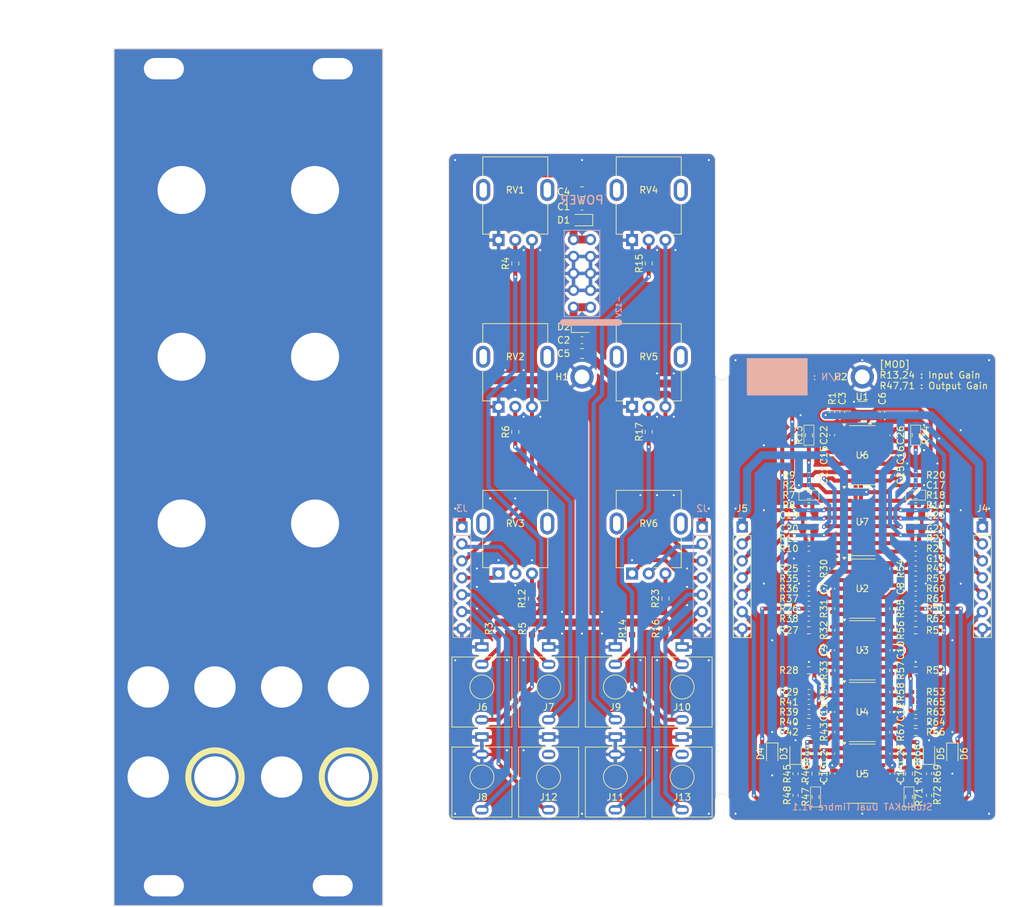
<source format=kicad_pcb>
(kicad_pcb (version 20241229) (generator "pcbnew") (generator_version "9.0")
  (layers (0 "F.Cu" signal) (2 "B.Cu" signal) (13 "F.Paste" user) (15 "B.Paste" user) (5 "F.SilkS" user "F.Silkscreen") (7 "B.SilkS" user "B.Silkscreen") (1 "F.Mask" user) (3 "B.Mask" user) (25 "Edge.Cuts" user))
  (net 0 "")
  (net 1 "+12V")
  (net 2 "GND")
  (net 3 "-12V")
  (net 4 "Ref_-2.5V")
  (net 5 "Net-(C19-Pad1)")
  (net 6 "Net-(C20-Pad1)")
  (net 7 "GND1")
  (net 8 "I_OUT3")
  (net 9 "VCA_1")
  (net 10 "+12V_FRONT")
  (net 11 "Net-(C23-Pad1)")
  (net 12 "Net-(C24-Pad1)")
  (net 13 "-12V_FRONT")
  (net 14 "RV3_3_BACK")
  (net 15 "VCA_2")
  (net 16 "I_OUT2")
  (net 17 "Net-(D3-A)")
  (net 18 "Net-(D3-K)")
  (net 19 "Net-(D5-A)")
  (net 20 "Net-(D5-K)")
  (net 21 "Net-(D1-A)")
  (net 22 "Net-(D2-K)")
  (net 23 "Net-(J6-PadTN)")
  (net 24 "Net-(J6-PadT)")
  (net 25 "Net-(J7-PadT)")
  (net 26 "CV_1_BACK")
  (net 27 "RV6_3_BACK")
  (net 28 "Net-(J9-PadT)")
  (net 29 "CV_2_BACK")
  (net 30 "Net-(U7-MODE)")
  (net 31 "Net-(R4-Pad2)")
  (net 32 "Net-(R6-Pad2)")
  (net 33 "I_IN3")
  (net 34 "I_IN4")
  (net 35 "Net-(R12-Pad1)")
  (net 36 "Net-(R15-Pad2)")
  (net 37 "Net-(R17-Pad2)")
  (net 38 "I_IN1")
  (net 39 "I_IN2")
  (net 40 "Net-(R23-Pad1)")
  (net 41 "Net-(U4D--)")
  (net 42 "Net-(U4C--)")
  (net 43 "Net-(U2D--)")
  (net 44 "Net-(U2C--)")
  (net 45 "Net-(U3D--)")
  (net 46 "Net-(R30-Pad1)")
  (net 47 "Net-(R31-Pad1)")
  (net 48 "Net-(R32-Pad1)")
  (net 49 "Net-(R33-Pad1)")
  (net 50 "Net-(R34-Pad1)")
  (net 51 "Net-(U3C--)")
  (net 52 "Net-(R43-Pad2)")
  (net 53 "Net-(U5C--)")
  (net 54 "Net-(R47-Pad2)")
  (net 55 "Net-(U4A--)")
  (net 56 "Net-(U4B--)")
  (net 57 "Net-(U2A--)")
  (net 58 "Net-(U2B--)")
  (net 59 "Net-(U3A--)")
  (net 60 "Net-(R54-Pad1)")
  (net 61 "Net-(R55-Pad1)")
  (net 62 "Net-(R56-Pad1)")
  (net 63 "Net-(R57-Pad1)")
  (net 64 "Net-(R58-Pad1)")
  (net 65 "Net-(U3B--)")
  (net 66 "Net-(R67-Pad2)")
  (net 67 "Net-(U5B--)")
  (net 68 "Net-(R71-Pad2)")
  (net 69 "CV_1_FRONT")
  (net 70 "RV3_2_FRONT")
  (net 71 "RV3_3_FRONT")
  (net 72 "Audio_1_FRONT")
  (net 73 "OUT_1_FRONT")
  (net 74 "RV6_2_FRONT")
  (net 75 "CV_2_FRONT")
  (net 76 "OUT_2_FRONT")
  (net 77 "Audio_2_FRONT")
  (net 78 "RV6_3_FRONT")
  (net 79 "OUT_1_BACK")
  (net 80 "Audio_1_BACK")
  (net 81 "RV3_2_BACK")
  (net 82 "RV6_2_BACK")
  (net 83 "Audio_2_BACK")
  (net 84 "OUT_2_BACK")
  (net 85 "Net-(J7-PadTN)")
  (net 86 "Net-(J9-PadTN)")
  (net 87 "Net-(J10-PadTN)")
  (net 88 "Net-(J10-PadT)")
  (net 91 "GND2")
  (footprint "Resistor_SMD:R_0402_1005Metric" (layer "F.Cu") (at 183 142.76 -90)
    (property "Reference" "R48")
    (property "Value" "1K")
  )
  (footprint "MountingHole:MountingHole_2.2mm_M2_ISO7380_Pad" (layer "F.Cu") (at 193 80.01)
    (property "Reference" "H2")
    (property "Value" "MountingHole_BACK")
  )
  (footprint "Resistor_SMD:R_0402_1005Metric" (layer "F.Cu") (at 185.01 127.26)
    (property "Reference" "R29")
    (property "Value" "68K")
  )
  (footprint "Capacitor_SMD:C_0402_1005Metric" (layer "F.Cu") (at 197.5 91.76 90)
    (property "Reference" "C16")
    (property "Value" "100nF")
  )
  (footprint "Resistor_SMD:R_0402_1005Metric" (layer "F.Cu") (at 197.5 108.76 -90)
    (property "Reference" "R54")
    (property "Value" "150K")
  )
  (footprint "Package_SO:SOIC-14_3.9x8.7mm_P1.27mm" (layer "F.Cu") (at 193 130.26)
    (property "Reference" "U4")
    (property "Value" "TL074")
  )
  (footprint "Capacitor_SMD:C_0402_1005Metric" (layer "F.Cu") (at 188.5 136.51 90)
    (property "Reference" "C27")
    (property "Value" "47pF")
  )
  (footprint "Resistor_SMD:R_0402_1005Metric" (layer "F.Cu") (at 188.5 124.01 90)
    (property "Reference" "R33")
    (property "Value" "150K")
  )
  (footprint "Resistor_SMD:R_0603_1608Metric_Pad0.98x0.95mm_HandSolder" (layer "F.Cu") (at 185 88.76 90)
    (property "Reference" "R13")
    (property "Value" "15K")
  )
  (footprint "kat_eurorack:AudioJack_PJ301M-12" (layer "F.Cu") (at 156 126.51)
    (property "Reference" "J9")
    (property "Value" "Timbre_CV_2")
  )
  (footprint "Resistor_SMD:R_0603_1608Metric_Pad0.98x0.95mm_HandSolder" (layer "F.Cu") (at 143.5 113.26 -90)
    (property "Reference" "R12")
    (property "Value" "2K")
  )
  (footprint "Connector_PinHeader_2.54mm:PinHeader_1x07_P2.54mm_Vertical" (layer "F.Cu") (at 211 102.52)
    (property "Reference" "J4")
    (property "Value" "Conn_01x07_Pin")
  )
  (footprint "Resistor_SMD:R_0402_1005Metric" (layer "F.Cu") (at 201 127.26 180)
    (property "Reference" "R53")
    (property "Value" "68K")
  )
  (footprint "kat_eurorack:PH_AudioJack_3.5mm_Pad" (layer "F.Cu") (at 86 126.51)
    (property "Reference" "H4")
    (property "Value" "PH_Audio")
  )
  (footprint "kat_eurorack:PH_AudioJack_3.5mm_Pad" (layer "F.Cu") (at 116 140.01)
    (property "Reference" "H11")
    (property "Value" "PH_Audio")
  )
  (footprint "Resistor_SMD:R_0603_1608Metric" (layer "F.Cu") (at 201 124.01 180)
    (property "Reference" "R52")
    (property "Value" "30K")
  )
  (footprint "Resistor_SMD:R_0603_1608Metric" (layer "F.Cu") (at 185 124.01)
    (property "Reference" "R28")
    (property "Value" "30K")
  )
  (footprint "kat_eurorack:PH_AudioJack_3.5mm_Pad" (layer "F.Cu") (at 86 140.01)
    (property "Reference" "H6")
    (property "Value" "PH_Audio")
  )
  (footprint "kat_eurorack:PH_AudioJack_3.5mm_Pad" (layer "F.Cu") (at 106 140.01)
    (property "Reference" "H10")
    (property "Value" "PH_Audio")
  )
  (footprint "Package_SO:SOIC-16_3.9x9.9mm_P1.27mm" (layer "F.Cu") (at 193 101.76)
    (property "Reference" "U7")
    (property "Value" "SSI2164")
  )
  (footprint "kat_eurorack:AudioJack_PJ301M-12" (layer "F.Cu") (at 146 140.01)
    (property "Reference" "J12")
    (property "Value" "TIMBRE_OUT_1")
  )
  (footprint "Resistor_SMD:R_0603_1608Metric_Pad0.98x0.95mm_HandSolder" (layer "F.Cu") (at 161 63.01 90)
    (property "Reference" "R15")
    (property "Value" "120K")
  )
  (footprint "Resistor_SMD:R_0402_1005Metric" (layer "F.Cu") (at 197.5 133.26 -90)
    (property "Reference" "R67")
    (property "Value" "51K")
  )
  (footprint "Capacitor_SMD:C_0402_1005Metric" (layer "F.Cu") (at 197.5 111.76 90)
    (property "Reference" "C8")
    (property "Value" "100nF")
  )
  (footprint "Capacitor_SMD:C_0805_2012Metric" (layer "F.Cu") (at 151 76.51)
    (property "Reference" "C5")
    (property "Value" "22uF")
  )
  (footprint "kat_eurorack:AudioJack_PJ301M-12" (layer "F.Cu") (at 146 126.51)
    (property "Reference" "J7")
    (property "Value" "Offset_CV_1")
  )
  (footprint "kat_eurorack:PH_AudioJack_3.5mm_Pad" (layer "F.Cu") (at 106 126.51)
    (property "Reference" "H8")
    (property "Value" "PH_Audio")
  )
  (footprint "Resistor_SMD:R_0402_1005Metric" (layer "F.Cu") (at 186 136.51 90)
    (property "Reference" "R44")
    (property "Value" "150K")
  )
  (footprint "Resistor_SMD:R_0603_1608Metric_Pad0.98x0.95mm_HandSolder" (layer "F.Cu") (at 158.5 117.76 90)
    (property "Reference" "R14")
    (property "Value" "24K")
  )
  (footprint "Resistor_SMD:R_0402_1005Metric" (layer "F.Cu") (at 185 104.26)
    (property "Reference" "R11")
    (property "Value" "120R")
  )
  (footprint "Resistor_SMD:R_0603_1608Metric_Pad0.98x0.95mm_HandSolder" (layer "F.Cu") (at 143.5 117.76 90)
    (property "Reference" "R5")
    (property "Value" "24K")
  )
  (footprint "Resistor_SMD:R_0402_1005Metric" (layer "F.Cu") (at 201 105.76 180)
    (property "Reference" "R21")
    (property "Value" "20K")
  )
  (footprint "Resistor_SMD:R_0402_1005Metric" (layer "F.Cu") (at 188.5 118.01 -90)
    (property "Reference" "R32")
    (property "Value" "150K")
  )
  (footprint "Resistor_SMD:R_0402_1005Metric" (layer "F.Cu") (at 197.5 118.01 -90)
    (property "Reference" "R56")
    (property "Value" "150K")
  )
  (footprint "Capacitor_SMD:C_0402_1005Metric" (layer "F.Cu") (at 197.5 130.26 90)
    (property "Reference" "C12")
    (property "Value" "100nF")
  )
  (footprint "Capacitor_SMD:C_0402_1005Metric" (layer "F.Cu") (at 188.5 139.51 -90)
    (property "Reference" "C13")
    (property "Value" "100nF")
  )
  (footprint "Resistor_SMD:R_0402_1005Metric" (layer "F.Cu") (at 201 113.26)
    (property "Reference" "R61")
    (property "Value" "470K")
  )
  (footprint "kat_eurorack:AudioJack_PJ301M-12" (layer "F.Cu") (at 166 126.51)
    (property "Reference" "J10")
    (property "Value" "Offset_CV_2")
  )
  (footprint "Capacitor_SMD:C_0402_1005Metric" (layer "F.Cu") (at 188.5 94.76 -90)
    (property "Reference" "C21")
    (property "Value" "100pF")
  )
  (footprint "kat_eurorack:Panel_8HP" (layer "F.Cu") (at 80.85 30.81)
    (property "Reference" "H3")
    (property "Value" "Panel")
    (fp_line (start 0 0) (end 40.3 0) (stroke (width 0.12)) (layer "Edge.Cuts"))
    (fp_line (start 0 128.5) (end 0 0) (stroke (width 0.12)) (layer "Edge.Cuts"))
    (fp_line (start 40.3 0) (end 40.3 128.5) (stroke (width 0.12)) (layer "Edge.Cuts"))
    (fp_line (start 40.3 128.5) (end 0 128.5) (stroke (width 0.12)) (layer "Edge.Cuts"))
  )
  (footprint "Resistor_SMD:R_0805_2012Metric" (layer "F.Cu") (at 201 102.76)
    (property "Reference" "C24")
    (property "Value" "2.2nF")
  )
  (footprint "Resistor_SMD:R_0603_1608Metric_Pad0.98x0.95mm_HandSolder" (layer "F.Cu") (at 163.5 117.76 90)
    (property "Reference" "R16")
    (property "Value" "24K")
  )
  (footprint "Capacitor_SMD:C_0603_1608Metric" (layer "F.Cu") (at 151 74.51)
    (property "Reference" "C2")
    (property "Value" "100nF")
  )
  (footprint "Resistor_SMD:R_0402_1005Metric" (layer "F.Cu") (at 185 105.76)
    (property "Reference" "R10")
    (property "Value" "20K")
  )
  (footprint "Resistor_SMD:R_0402_1005Metric" (layer "F.Cu") (at 185 110.26 180)
    (property "Reference" "R35")
    (property "Value" "100K")
  )
  (footprint "kat_eurorack:AudioJack_PJ301M-12" (layer "F.Cu") (at 136 126.51)
    (property "Reference" "J6")
    (property "Value" "Timbre_CV_1")
  )
  (footprint "Resistor_SMD:R_0402_1005Metric" (layer "F.Cu") (at 185 96.26 180)
    (property "Reference" "R2")
    (property "Value" "510K")
  )
  (footprint "Capacitor_SMD:C_0402_1005Metric" (layer "F.Cu") (at 190 85.26 90)
    (property "Reference" "C3")
    (property "Value" "100nF")
  )
  (footprint "kat_eurorack:PH_AudioJack_3.5mm_Pad" (layer "F.Cu") (at 96 140.01)
    (property "Reference" "H7")
    (property "Value" "PH_Audio")
  )
  (footprint "Capacitor_SMD:C_0402_1005Metric" (layer "F.Cu") (at 188.5 88.76 90)
    (property "Reference" "C22")
    (property "Value" "100pF")
  )
  (footprint "Resistor_SMD:R_0402_1005Metric" (layer "F.Cu") (at 185 111.76 180)
    (property "Reference" "R36")
    (property "Value" "47K")
  )
  (footprint "Capacitor_SMD:C_0402_1005Metric" (layer "F.Cu") (at 197.5 139.51 90)
    (property "Reference" "C14")
    (property "Value" "100nF")
  )
  (footprint "Resistor_SMD:R_0402_1005Metric" (layer "F.Cu") (at 185 113.26 180)
    (property "Reference" "R37")
    (property "Value" "470K")
  )
  (footprint "kat_eurorack:AudioJack_PJ301M-12" (layer "F.Cu") (at 156 140.01)
    (property "Reference" "J11")
    (property "Value" "Audio_IN_2")
  )
  (footprint "Resistor_SMD:R_0603_1608Metric_Pad0.98x0.95mm_HandSolder" (layer "F.Cu") (at 185 97.76)
    (property "Reference" "R7")
    (property "Value" "43K")
  )
  (footprint "kat_eurorack:Potentiometer_RV09" (layer "F.Cu") (at 141 77)
    (property "Reference" "RV2")
    (property "Value" "B10K")
  )
  (footprint "Resistor_SMD:R_0603_1608Metric_Pad0.98x0.95mm_HandSolder" (layer "F.Cu") (at 200 143 -90)
    (property "Reference" "R71")
    (property "Value" "470K")
  )
  (footprint "Capacitor_SMD:C_0805_2012Metric" (layer "F.Cu") (at 151 52.26 180)
    (property "Reference" "C4")
    (property "Value" "22uF")
  )
  (footprint "Capacitor_SMD:C_0402_1005Metric" (layer "F.Cu") (at 196 85.26 90)
    (property "Reference" "C6")
    (property "Value" "100nF")
  )
  (footprint "Resistor_SMD:R_0603_1608Metric" (layer "F.Cu") (at 185 118.01)
    (property "Reference" "R27")
    (property "Value" "91K")
  )
  (footprint "Capacitor_SMD:C_0402_1005Metric" (layer "F.Cu") (at 201 107.26)
    (property "Reference" "C18")
    (property "Value" "100nF")
  )
  (footprint "Resistor_SMD:R_0805_2012Metric" (layer "F.Cu") (at 185 102.76 180)
    (property "Reference" "C20")
    (property "Value" "2.2nF")
  )
  (footprint "Resistor_SMD:R_0603_1608Metric_Pad0.98x0.95mm_HandSolder" (layer "F.Cu") (at 201 97.76 180)
    (property "Reference" "R18")
    (property "Value" "43K")
  )
  (footprint "Resistor_SMD:R_0603_1608Metric" (layer "F.Cu") (at 185 131.76 180)
    (property "Reference" "R40")
    (property "Value" "1.5M")
  )
  (footprint "Resistor_SMD:R_0402_1005Metric" (layer "F.Cu") (at 201 111.76)
    (property "Reference" "R60")
    (property "Value" "47K")
  )
  (footprint "Package_SO:SOIC-14_3.9x8.7mm_P1.27mm" (layer "F.Cu") (at 193 111.76)
    (property "Reference" "U2")
    (property "Value" "TL074")
  )
  (footprint "Resistor_SMD:R_0603_1608Metric_Pad0.98x0.95mm_HandSolder" (layer "F.Cu") (at 186 139.5 -90)
    (property "Reference" "R46")
    (property "Value" "22K")
  )
  (footprint "Resistor_SMD:R_0603_1608Metric" (layer "F.Cu") (at 201 118.01 180)
    (property "Reference" "R51")
    (property "Value" "91K")
  )
  (footprint "Diode_SMD:D_SOD-323" (layer "F.Cu") (at 179.5 136.51 -90)
    (property "Reference" "D4")
    (property "Value" "1N4148WS")
  )
  (footprint "Resistor_SMD:R_0402_1005Metric" (layer "F.Cu") (at 183 139.51 90)
    (property "Reference" "R45")
    (property "Value" "51K")
  )
  (footprint "Package_SO:SOIC-14_3.9x8.7mm_P1.27mm" (layer "F.Cu") (at 193 121.01)
    (property "Reference" "U3")
    (property "Value" "TL074")
  )
  (footprint "Resistor_SMD:R_0402_1005Metric" (layer "F.Cu") (at 188.5 114.76 90)
    (property "Reference" "R31")
    (property "Value" "150K")
  )
  (footprint "Resistor_SMD:R_0402_1005Metric" (layer "F.Cu") (at 201 110.26)
    (property "Reference" "R59")
    (property "Value" "100K")
  )
  (footprint "kat_eurorack:PH_RK097_15mmKnob_Pad" (layer "F.Cu") (at 111 52)
    (property "Reference" "H15" (hide yes))
    (property "Value" "PH_Pot" (hide yes))
  )
  (footprint "kat_eurorack:PH_AudioJack_3.5mm_Pad" (layer "F.Cu") (at 116 126.51)
    (property "Reference" "H9")
    (property "Value" "PH_Audio")
  )
  (footprint "Resistor_SMD:R_0603_1608Metric_Pad0.98x0.95mm_HandSolder" (layer "F.Cu") (at 186 143 -90)
    (property "Reference" "R47")
    (property "Value" "470K")
  )
  (footprint "Diode_SMD:D_SOD-323" (layer "F.Cu") (at 203 136.51 90)
    (property "Reference" "D5")
    (property "Value" "1N4148WS")
  )
  (footprint "Resistor_SMD:R_0402_1005Metric" (layer "F.Cu") (at 200 136.51 90)
    (property "Reference" "R68")
    (property "Value" "150K")
  )
  (footprint "kat_eurorack:Potentiometer_RV09" (layer "F.Cu") (at 141 102)
    (property "Reference" "RV3")
    (property "Value" "B10K")
  )
  (footprint "Resistor_SMD:R_0402_1005Metric" (layer "F.Cu") (at 185 99.26)
    (property "Reference" "R8")
    (property "Value" "120R")
  )
  (footprint "Resistor_SMD:R_0402_1005Metric" (layer "F.Cu") (at 185 114.76)
    (property "Reference" "R26")
    (property "Value" "51K")
  )
  (footprint "Package_SO:SOIC-14_3.9x8.7mm_P1.27mm" (layer "F.Cu") (at 193 91.76)
    (property "Reference" "U6")
    (property "Value" "TL074")
  )
  (footprint "Resistor_SMD:R_0402_1005Metric" (layer "F.Cu") (at 201 99.26 180)
    (property "Reference" "R19")
    (property "Value" "120R")
  )
  (footprint "Capacitor_SMD:C_0402_1005Metric" (layer "F.Cu") (at 197.5 94.76 -90)
    (property "Reference" "C25")
    (property "Value" "100pF")
  )
  (footprint "kat_eurorack:Potentiometer_RV09" (layer "F.Cu") (at 161 102)
    (property "Reference" "RV6")
    (property "Value" "B10K")
  )
  (footprint "kat_eurorack:AudioJack_PJ301M-12" (layer "F.Cu") (at 166 140.01)
    (property "Reference" "J13")
    (property "Value" "TIMBRE_OUT_2")
  )
  (footprint "Resistor_SMD:R_0402_1005Metric" (layer "F.Cu") (at 185 130.26 180)
    (property "Reference" "R39")
    (property "Value" "75K")
  )
  (footprint "Capacitor_SMD:C_0402_1005Metric" (layer "F.Cu") (at 188.5 130.26 -90)
    (property "Reference" "C11")
    (property "Value" "100nF")
  )
  (footprint "Package_SO:SOIC-14_3.9x8.7mm_P1.27mm" (layer "F.Cu") (at 193 139.51)
    (property "Reference" "U5")
    (property "Value" "TL074")
  )
  (footprint "Resistor_SMD:R_0402_1005Metric" (layer "F.Cu") (at 185 94.76)
    (property "Reference" "R9")
    (property "Value" "10M")
  )
  (footprint "Capacitor_SMD:C_0402_1005Metric" (layer "F.Cu") (at 197.5 88.78 90)
    (property "Reference" "C26")
    (property "Value" "100pF")
  )
  (footprint "Capacitor_SMD:C_0402_1005Metric" (layer "F.Cu") (at 197.5 136.51 90)
    (property "Reference" "C28")
    (property "Value" "47pF")
  )
  (footprint "Capacitor_SMD:C_0603_1608Metric" (layer "F.Cu") (at 151 54.51 180)
    (property "Reference" "C1")
    (property "Value" "100nF")
  )
  (footprint "kat_eurorack:Potentiometer_RV09" (layer "F.Cu") (at 161 52)
    (property "Reference" "RV4")
    (property "Value" "B10K")
  )
  (footprint "Resistor_SMD:R_0603_1608Metric_Pad0.98x0.95mm_HandSolder" (layer "F.Cu") (at 201 88.76 90)
    (property "Reference" "R24")
    (property "Value" "15K")
  )
  (footprint "Diode_SMD:D_SOD-323" (layer "F.Cu") (at 151 56.51 180)
    (property "Reference" "D1")
    (property "Value" "1N5819WS")
  )
  (footprint "Resistor_SMD:R_0805_2012Metric" (layer "F.Cu") (at 201 100.76)
    (property "Reference" "C23")
    (property "Value" "2.2nF")
  )
  (footprint "Resistor_SMD:R_0603_1608Metric_Pad0.98x0.95mm_HandSolder" (layer "F.Cu") (at 141 88.26 90)
    (property "Reference" "R6")
    (property "Value" "120K")
  )
  (footprint "Resistor_SMD:R_0402_1005Metric" (layer "F.Cu") (at 185 128.76 180)
    (property "Reference" "R41")
    (property "Value" "33K")
  )
  (footprint "MountingHole:MountingHole_2.2mm_M2_ISO7380_Pad" (layer "F.Cu") (at 151 80.01)
    (property "Reference" "H1")
    (property "Value" "MountingHole_FRONT")
  )
  (footprint "Resistor_SMD:R_0402_1005Metric" (layer "F.Cu") (at 201 114.76 180)
    (property "Reference" "R50")
    (property "Value" "51K")
  )
  (footprint "Resistor_SMD:R_0402_1005Metric" (layer "F.Cu") (at 201 130.26)
    (property "Reference" "R63")
    (property "Value" "75K")
  )
  (footprint "Resistor_SMD:R_0805_2012Metric" (layer "F.Cu") (at 185 100.76 180)
    (property "Reference" "C19")
    (property "Value" "2.2nF")
  )
  (footprint "Resistor_SMD:R_0402_1005Metric" (layer "F.Cu") (at 197.5 114.76 90)
    (property "Reference" "R55")
    (property "Value" "150K")
  )
  (footprint "Resistor_SMD:R_0603_1608Metric_Pad0.98x0.95mm_HandSolder" (layer "F.Cu") (at 200 139.51 -90)
    (property "Reference" "R70")
    (property "Value" "22K")
  )
  (footprint "kat_eurorack:PH_RK097_15mmKnob_Pad" (layer "F.Cu") (at 111 102)
    (property "Reference" "H17" (hide yes))
    (property "Value" "PH_Pot" (hide yes))
  )
  (footprint "Resistor_SMD:R_0402_1005Metric" (layer "F.Cu") (at 185 108.76)
    (property "Reference" "R25")
    (property "Value" "10K")
  )
  (footprint "Diode_SMD:D_SOD-323" (layer "F.Cu") (at 206.5 136.51 -90)
    (property "Reference" "D6")
    (property "Value" "1N4148WS")
  )
  (footprint "kat_eurorack:PH_RK097_15mmKnob_Pad" (layer "F.Cu") (at 111 77)
    (property "Reference" "H16" (hide yes))
    (property "Value" "PH_Pot" (hide yes))
  )
  (footprint "Resistor_SMD:R_0402_1005Metric" (layer "F.Cu") (at 201.01 116.26)
    (property "Reference" "R62")
    (property "Value" "18K")
  )
  (footprint "Resistor_SMD:R_0402_1005Metric" (layer "F.Cu") (at 201 104.26 180)
    (property "Reference" "R22")
    (property "Value" "120R")
  )
  (footprint "Resistor_SMD:R_0402_1005Metric" (layer "F.Cu") (at 188.5 85.26 90)
    (property "Reference" "R1")
    (property "Value" "1K")
  )
  (footprint "kat_eurorack:Potentiometer_RV09" (layer "F.Cu") (at 141 52)
    (property "Reference" "RV1")
    (property "Value" "B10K")
  )
  (footprint "Resistor_SMD:R_0603_1608Metric_Pad0.98x0.95mm_HandSolder" (layer "F.Cu") (at 163.5 113.25 -90)
    (property "Reference" "R23")
    (property "Value" "2K")
  )
  (footprint "Resistor_SMD:R_0603_1608Metric" (layer "F.Cu") (at 201 131.76)
    (property "Reference" "R64")
    (property "Value" "1.5M")
  )
  (footprint "Resistor_SMD:R_0402_1005Metric" (layer "F.Cu") (at 197.5 127.26 -90)
    (property "Reference" "R58")
    (property "Value" "150K")
  )
  (footprint "Resistor_SMD:R_0402_1005Metric" (layer "F.Cu") (at 197.5 124.01 90)
    (property "Reference" "R57")
    (property "Value" "150K")
  )
  (footprint "kat_eurorack:PH_RK097_15mmKnob_Pad" (layer "F.Cu") (at 91 77)
    (property "Reference" "H13" (hide yes))
    (property "Value" "PH_Pot" (hide yes))
  )
  (footprint "kat_eurorack:Potentiometer_RV09" (layer "F.Cu") (at 161 77)
    (property "Reference" "RV5")
    (property "Value" "B10K")
  )
  (footprint "Resistor_SMD:R_0603_1608Metric_Pad0.98x0.95mm_HandSolder" (layer "F.Cu") (at 141 63.01 90)
    (property "Reference" "R4")
    (property "Value" "120K")
  )
  (footprint "kat_eurorack:PH_RK097_15mmKnob_Pad" (layer "F.Cu") (at 91 52)
    (property "Reference" "H12" (hide yes))
    (property "Value" "PH_Pot" (hide yes))
  )
  (footprint "kat_eurorack:AudioJack_PJ301M-12" (layer "F.Cu") (at 136 140.01)
    (property "Reference" "J8")
    (property "Value" "Audio_IN_1")
  )
  (footprint "Capacitor_SMD:C_0402_1005Metric" (layer "F.Cu") (at 197.5 121.01 90)
    (property "Reference" "C10")
    (property "Value" "100nF")
  )
  (footprint "Resistor_SMD:R_0402_1005Metric" (layer "F.Cu") (at 203 139.51 90)
    (property "Reference" "R69")
    (property "Value" "51K")
  )
  (footprint "Resistor_SMD:R_0402_1005Metric" (layer "F.Cu") (at 203 142.76 -90)
    (property "Reference" "R72")
    (property "Value" "1K")
  )
  (footprint "Capacitor_SMD:C_0402_1005Metric" (layer "F.Cu") (at 188.5 121.01 -90)
    (property "Reference" "C9")
    (property "Value" "100nF")
  )
  (footprint "kat_eurorack:PH_RK097_15mmKnob_Pad" (layer "F.Cu") (at 91 102)
    (property "Reference" "H14" (hide yes))
    (property "Value" "PH_Pot" (hide yes))
  )
  (footprint "Resistor_SMD:R_0402_1005Metric" (layer "F.Cu") (at 201 94.76 180)
    (property "Reference" "R20")
    (property "Value" "10M")
  )
  (footprint "Resistor_SMD:R_0402_1005Metric" (layer "F.Cu") (at 201 108.76 180)
    (property "Reference" "R49")
    (property "Value" "10K")
  )
  (footprint "Capacitor_SMD:C_0402_1005Metric" (layer "F.Cu") (at 188.5 91.76 -90)
    (property "Reference" "C15")
    (property "Value" "100nF")
  )
  (footprint "Resistor_SMD:R_0603_1608Metric_Pad0.98x0.95mm_HandSolder" (layer "F.Cu") (at 138.5 117.76 90)
    (property "Reference" "R3")
    (property "Value" "24K")
  )
  (footprint "Package_TO_SOT_SMD:SOT-23" (layer "F.Cu") (at 193 85.26 180)
    (property "Reference" "U1")
    (property "Value" "CJ431")
  )
  (footprint "Resistor_SMD:R_0603_1608Metric" (layer "F.Cu") (at 201 133.26 180)
    (property "Reference" "R66")
    (property "Value" "240K")
  )
  (footprint "Connector_PinHeader_2.54mm:PinHeader_1x07_P2.54mm_Vertical" (layer "F.Cu") (at 175 102.52)
    (property "Reference" "J5")
    (property "Value" "Conn_01x07_Pin")
  )
  (footprint "Capacitor_SMD:C_0402_1005Metric" (layer "F.Cu") (at 201 96.26)
    (property "Reference" "C17")
    (property "Value" "100nF")
  )
  (footprint "Capacitor_SMD:C_0402_1005Metric" (layer "F.Cu") (at 188.5 111.76 -90)
    (property "Reference" "C7")
    (property "Value" "100nF")
  )
  (footprint "Diode_SMD:D_SOD-323" (layer "F.Cu") (at 151 72.51)
    (property "Reference" "D2")
    (property "Value" "1N5819WS")
  )
  (footprint "Resistor_SMD:R_0402_1005Metric" (layer "F.Cu") (at 188.5 133.26 -90)
    (property "Reference" "R43")
    (property "Value" "51K")
  )
  (footprint "Resistor_SMD:R_0402_1005Metric" (layer "F.Cu") (at 201.01 128.76)
    (property "Reference" "R65")
    (property "Value" "33K")
  )
  (footprint "Diode_SMD:D_SOD-323" (layer "F.Cu") (at 183 136.51 90)
    (property "Reference" "D3")
    (property "Value" "1N4148WS")
  )
  (footprint "Resistor_SMD:R_0402_1005Metric" (layer "F.Cu") (at 188.5 108.76 -90)
    (property "Reference" "R30")
    (property "Value" "150K")
  )
  (footprint "Resistor_SMD:R_0603_1608Metric_Pad0.98x0.95mm_HandSolder" (layer "F.Cu") (at 161 88.26 90)
    (property "Reference" "R17")
    (property "Value" "120K")
  )
  (footprint "kat_eurorack:PH_AudioJack_3.5mm_Pad" (layer "F.Cu") (at 96 126.51)
    (property "Reference" "H5")
    (property "Value" "PH_Audio")
  )
  (footprint "Resistor_SMD:R_0402_1005Metric" (layer "F.Cu") (at 185 116.26 180)
    (property "Reference" "R38")
    (property "Value" "18K")
  )
  (footprint "Resistor_SMD:R_0402_1005Metric" (layer "F.Cu") (at 188.5 127.26 -90)
    (property "Reference" "R34")
    (property "Value" "150K")
  )
  (footprint "Resistor_SMD:R_0603_1608Metric" (layer "F.Cu") (at 185 133.26)
    (property "Reference" "R42")
    (property "Value" "240K")
  )
  (footprint "Connector_PinSocket_2.54mm:PinSocket_1x07_P2.54mm_Vertical" (layer "B.Cu") (at 133 102.52 180)
    (property "Reference" "J3")
    (property "Value" "Conn_01x07_Socket")
  )
  (footprint "kat_eurorack:BoxHeader_2x05_2.54mm_Europower" (layer "B.Cu") (at 151 64.5 180)
    (property "Reference" "J1" (hide yes))
    (property "Value" "POWER")
  )
  (footprint "Connector_PinSocket_2.54mm:PinSocket_1x07_P2.54mm_Vertical" (layer "B.Cu") (at 169 102.52 180)
    (property "Reference" "J2")
    (property "Value" "Conn_01x07_Socket")
  )
  (gr_circle (center 96 140.01) (end 100 140.01) (stroke (width 0.9)) (fill no) (layer "F.SilkS"))
  (gr_rect (start 184.25 87.25) (end 185.75 90.25) (stroke (width 0.1)) (fill no) (layer "F.SilkS"))
  (gr_rect (start 199.25 141.49) (end 200.75 144.49) (stroke (width 0.1)) (fill no) (layer "F.SilkS"))
  (gr_rect (start 185.25 141.49) (end 186.75 144.49) (stroke (width 0.1)) (fill no) (layer "F.SilkS"))
  (gr_rect (start 200.25 87.25) (end 201.75 90.25) (stroke (width 0.1)) (fill no) (layer "F.SilkS"))
  (gr_rect (start 199.5 97) (end 202.5 98.5) (stroke (width 0.1)) (fill no) (layer "F.SilkS"))
  (gr_rect (start 183.5 97) (end 186.5 98.5) (stroke (width 0.1)) (fill no) (layer "F.SilkS"))
  (gr_circle (center 116 140.01) (end 120 140.01) (stroke (width 0.9)) (fill no) (layer "F.SilkS"))
  (gr_rect (start 175.75 77.25) (end 184.75 82.75) (stroke (width 0.1)) (fill yes) (layer "B.SilkS"))
  (gr_line (start 173 77.51) (end 173 79.5) (stroke (width 0.05)) (layer "Edge.Cuts"))
  (gr_arc (start 173 79.5) (mid 172 80.5) (end 171 79.5) (stroke (width 0.05)) (layer "Edge.Cuts"))
  (gr_arc (start 170 46.51) (mid 170.707107 46.802893) (end 171 47.51) (stroke (width 0.05)) (layer "Edge.Cuts"))
  (gr_arc (start 174 146.51) (mid 173.292893 146.217107) (end 173 145.51) (stroke (width 0.05)) (layer "Edge.Cuts"))
  (gr_line (start 170 46.51) (end 132 46.51) (stroke (width 0.05)) (layer "Edge.Cuts"))
  (gr_line (start 171 79.5) (end 171 47.51) (stroke (width 0.05)) (layer "Edge.Cuts"))
  (gr_line (start 212 76.51) (end 174 76.51) (stroke (width 0.05)) (layer "Edge.Cuts"))
  (gr_arc (start 171 145.51) (mid 170.707107 146.217107) (end 170 146.51) (stroke (width 0.05)) (layer "Edge.Cuts"))
  (gr_line (start 174 146.51) (end 212 146.51) (stroke (width 0.05)) (layer "Edge.Cuts"))
  (gr_arc (start 173 77.51) (mid 173.292893 76.802893) (end 174 76.51) (stroke (width 0.05)) (layer "Edge.Cuts"))
  (gr_arc (start 213 145.51) (mid 212.707107 146.217107) (end 212 146.51) (stroke (width 0.05)) (layer "Edge.Cuts"))
  (gr_arc (start 171 143.5) (mid 172 142.5) (end 173 143.5) (stroke (width 0.05)) (layer "Edge.Cuts"))
  (gr_arc (start 212 76.51) (mid 212.707107 76.802893) (end 213 77.51) (stroke (width 0.05)) (layer "Edge.Cuts"))
  (gr_line (start 131 47.51) (end 131 145.51) (stroke (width 0.05)) (layer "Edge.Cuts"))
  (gr_line (start 132 146.51) (end 170 146.51) (stroke (width 0.05)) (layer "Edge.Cuts"))
  (gr_arc (start 132 146.51) (mid 131.292893 146.217107) (end 131 145.51) (stroke (width 0.05)) (layer "Edge.Cuts"))
  (gr_line (start 171 143.5) (end 171 145.51) (stroke (width 0.05)) (layer "Edge.Cuts"))
  (gr_arc (start 131 47.51) (mid 131.292893 46.802893) (end 132 46.51) (stroke (width 0.05)) (layer "Edge.Cuts"))
  (gr_line (start 213 145.51) (end 213 77.51) (stroke (width 0.05)) (layer "Edge.Cuts"))
  (gr_line (start 173 145.51) (end 173 143.5) (stroke (width 0.05)) (layer "Edge.Cuts"))
  (gr_text "[MOD]\nR13,24 : Input Gain\nR47,71 : Output Gain" (at 195.5 79.75 0) (layer "F.SilkS") (effects (font (size 1 1)) (justify left)))
  (gr_text "StudioKAT Dual Timbre v1.1" (at 193 144.5 0) (layer "B.SilkS") (effects (font (size 1 1)) (justify mirror)))
  (gr_text "S/N :" (at 187.75 80 0) (layer "B.SilkS") (effects (font (size 1 1)) (justify mirror)))
  (segment (start 197.75 96.26) (end 200.52 96.26) (width 0.6) (layer "F.Cu") (net 1))
  (segment (start 188.5 129.78) (end 187.73 129.78) (width 0.6) (layer "F.Cu") (net 1))
  (segment (start 189.070001 111.28) (end 188.5 111.28) (width 0.6) (layer "F.Cu") (net 1))
  (segment (start 187.73 120.53) (end 187.25 121.01) (width 0.6) (layer "F.Cu") (net 1))
  (segment (start 189.070001 129.78) (end 188.5 129.78) (width 0.6) (layer "F.Cu") (net 1))
  (segment (start 188.5 91.28) (end 187.73 91.28) (width 0.6) (layer "F.Cu") (net 1))
  (segment (start 190.525 130.26) (end 189.550001 130.26) (width 0.6) (layer "F.Cu") (net 1))
  (segment (start 189.070001 139.03) (end 188.5 139.03) (width 0.6) (layer "F.Cu") (net 1))
  (segment (start 190.525 139.51) (end 189.550001 139.51) (width 0.6) (layer "F.Cu") (net 1))
  (segment (start 193.6 97.26) (end 193.655 97.315) (width 0.6) (layer "F.Cu") (net 1))
  (segment (start 188.5 120.53) (end 187.73 120.53) (width 0.6) (layer "F.Cu") (net 1))
  (segment (start 196.695 97.315) (end 197.75 96.26) (width 0.6) (layer "F.Cu") (net 1))
  (segment (start 188.5 111.28) (end 187.73 111.28) (width 0.6) (layer "F.Cu") (net 1))
  (segment (start 190.525 121.01) (end 189.550001 121.01) (width 0.6) (layer "F.Cu") (net 1))
  (segment (start 189.550001 121.01) (end 189.070001 120.53) (width 0.6) (layer "F.Cu") (net 1))
  (segment (start 189.550001 139.51) (end 189.070001 139.03) (width 0.6) (layer "F.Cu") (net 1))
  (segment (start 189.550001 91.76) (end 189.070001 91.28) (width 0.6) (layer "F.Cu") (net 1))
  (segment (start 193.655 97.315) (end 195.475 97.315) (width 0.6) (layer "F.Cu") (net 1))
  (segment (start 184.49 96.26) (end 183.5 96.26) (width 0.6) (layer "F.Cu") (net 1))
  (segment (start 190.525 91.76) (end 189.550001 91.76) (width 0.6) (layer "F.Cu") (net 1))
  (segment (start 189.550001 111.76) (end 189.070001 111.28) (width 0.6) (layer "F.Cu") (net 1))
  (segment (start 189.550001 130.26) (end 189.070001 129.78) (width 0.6) (layer "F.Cu") (net 1))
  (segment (start 187.73 91.28) (end 187.25 91.76) (width 0.6) (layer "F.Cu") (net 1))
  (segment (start 187.73 111.28) (end 187.25 111.76) (width 0.6) (layer "F.Cu") (net 1))
  (segment (start 188.505 139.025) (end 188.5 139.03) (width 0.6) (layer "F.Cu") (net 1))
  (segment (start 187.73 129.78) (end 187.25 130.26) (width 0.6) (layer "F.Cu") (net 1))
  (segment (start 190.525 111.76) (end 189.550001 111.76) (width 0.6) (layer "F.Cu") (net 1))
  (segment (start 189.070001 120.53) (end 188.5 120.53) (width 0.6) (layer "F.Cu") (net 1))
  (segment (start 189.070001 91.28) (end 188.5 91.28) (width 0.6) (layer "F.Cu") (net 1))
  (segment (start 188.505 138.255) (end 188.505 139.025) (width 0.6) (layer "F.Cu") (net 1))
  (segment (start 195.475 97.315) (end 196.695 97.315) (width 0.6) (layer "F.Cu") (net 1))
  (via (at 187.25 130.26) (size 0.6) (drill 0.3) (layers "F.Cu" "B.Cu") (net 1))
  (via (at 193.6 97.26) (size 0.6) (drill 0.3) (layers "F.Cu" "B.Cu") (net 1))
  (via (at 187.25 111.76) (size 0.6) (drill 0.3) (layers "F.Cu" "B.Cu") (net 1))
  (via (at 188.505 138.255) (size 0.6) (drill 0.3) (layers "F.Cu" "B.Cu") (net 1))
  (via (at 183.5 96.26) (size 0.6) (drill 0.3) (layers "F.Cu" "B.Cu") (net 1))
  (via (at 187.25 91.76) (size 0.6) (drill 0.3) (layers "F.Cu" "B.Cu") (net 1))
  (via (at 187.25 121.01) (size 0.6) (drill 0.3) (layers "F.Cu" "B.Cu") (net 1))
  (segment (start 175.75 100.01) (end 175.75 94.01) (width 1.2) (layer "B.Cu") (net 1))
  (segment (start 187.875 129.635) (end 187.25 130.26) (width 1.2) (layer "B.Cu") (net 1))
  (segment (start 186 91.76) (end 187.25 91.76) (width 1.2) (layer "B.Cu") (net 1))
  (segment (start 189 119.26) (end 189 128.51) (width 1.2) (layer "B.Cu") (net 1))
  (segment (start 178 91.76) (end 183.5 91.76) (width 1.2) (layer "B.Cu") (net 1))
  (segment (start 189 119.26) (end 187.875 120.385) (width 1.2) (layer "B.Cu") (net 1))
  (segment (start 187.875 120.385) (end 187.25 121.01) (width 1.2) (layer "B.Cu") (net 1))
  (segment (start 190.25 108.76) (end 190.25 94.76) (width 1.2) (layer "B.Cu") (net 1))
  (segment (start 188.125 110.885) (end 187.25 111.76) (width 1.2) (layer "B.Cu") (net 1))
  (segment (start 189 110.01) (end 189 119.26) (width 1.2) (layer "B.Cu") (net 1))
  (segment (start 175 102.52) (end 175 100.76) (width 1.2) (layer "B.Cu") (net 1))
  (segment (start 189 128.51) (end 187.875 129.635) (width 1.2) (layer "B.Cu") (net 1))
  (segment (start 183.5 91.76) (end 186 91.76) (width 1.2) (layer "B.Cu") (net 1))
  (segment (start 189 110.01) (end 188.125 110.885) (width 1.2) (layer "B.Cu") (net 1))
  (segment (start 183.5 96.26) (end 183.5 91.76) (width 1.2) (layer "B.Cu") (net 1))
  (segment (start 188.505 138.255) (end 189 137.76) (width 1.2) (layer "B.Cu") (net 1))
  (segment (start 190.25 94.76) (end 187.25 91.76) (width 1.2) (layer "B.Cu") (net 1))
  (segment (start 189 110.01) (end 190.25 108.76) (width 1.2) (layer "B.Cu") (net 1))
  (segment (start 175 100.76) (end 175.75 100.01) (width 1.2) (layer "B.Cu") (net 1))
  (segment (start 189 137.76) (end 189 128.51) (width 1.2) (layer "B.Cu") (net 1))
  (segment (start 175.75 94.01) (end 178 91.76) (width 1.2) (layer "B.Cu") (net 1))
  (segment (start 193.6 97.26) (end 190.25 97.26) (width 1.2) (layer "B.Cu") (net 1))
  (segment (start 196.71 140.78) (end 197.5 139.99) (width 0.6) (layer "F.Cu") (net 2))
  (segment (start 190.525 90.49) (end 191.499999 90.49) (width 0.6) (layer "F.Cu") (net 2))
  (segment (start 189.29 93.03) (end 190.525 93.03) (width 0.6) (layer "F.Cu") (net 2))
  (segment (start 191.499999 90.49) (end 192 90.990001) (width 0.6) (layer "F.Cu") (net 2))
  (segment (start 195.475 128.99) (end 194.500001 128.99) (width 0.6) (layer "F.Cu") (net 2))
  (segment (start 191.48 113.03) (end 190.525 113.03) (width 0.6) (layer "F.Cu") (net 2))
  (segment (start 194 91.76) (end 194 90.990001) (width 0.6) (layer "F.Cu") (net 2))
  (segment (start 179.72 119.73) (end 179.5 119.51) (width 0.6) (layer "F.Cu") (net 2))
  (segment (start 203.118629 99.01) (end 203.25 99.01) (width 0.6) (layer "F.Cu") (net 2))
  (segment (start 195.475 140.78) (end 196.71 140.78) (width 0.6) (layer "F.Cu") (net 2))
  (segment (start 197.5 92.24) (end 196.71 93.03) (width 0.6) (layer "F.Cu") (net 2))
  (segment (start 196.71 113.03) (end 197.5 112.24) (width 0.6) (layer "F.Cu") (net 2))
  (segment (start 191.499999 110.49) (end 192 110.990001) (width 0.6) (layer "F.Cu") (net 2))
  (segment (start 191.499999 119.74) (end 192 120.240001) (width 0.6) (layer "F.Cu") (net 2))
  (segment (start 194 110.990001) (end 194 112.529999) (width 0.6) (layer "F.Cu") (net 2))
  (segment (start 195.475 119.74) (end 195.485 119.73) (width 0.6) (layer "F.Cu") (net 2))
  (segment (start 190.525 131.53) (end 189.29 131.53) (width 0.6) (layer "F.Cu") (net 2))
  (segment (start 196.71 122.28) (end 197.5 121.49) (width 0.6) (layer "F.Cu") (net 2))
  (segment (start 194 121.76) (end 194.52 122.28) (width 0.6) (layer "F.Cu") (net 2))
  (segment (start 188.5 92.24) (end 189.29 93.03) (width 0.6) (layer "F.Cu") (net 2))
  (segment (start 194.500001 128.99) (end 194 129.490001) (width 0.6) (layer "F.Cu") (net 2))
  (segment (start 194.500001 113.03) (end 195.475 113.03) (width 0.6) (layer "F.Cu") (net 2))
  (segment (start 191.499999 122.28) (end 190.525 122.28) (width 0.6) (layer "F.Cu") (net 2))
  (segment (start 201.9125 100.76) (end 201.9125 100.216129) (width 0.6) (layer "F.Cu") (net 2))
  (segment (start 194 112.529999) (end 194.500001 113.03) (width 0.6) (layer "F.Cu") (net 2))
  (segment (start 191.499999 128.99) (end 192 129.490001) (width 0.6) (layer "F.Cu") (net 2))
  (segment (start 190.515 119.73) (end 179.72 119.73) (width 0.6) (layer "F.Cu") (net 2))
  (segment (start 192 110.990001) (end 192 112.51) (width 0.6) (layer "F.Cu") (net 2))
  (segment (start 192 140.279999) (end 191.499999 140.78) (width 0.6) (layer "F.Cu") (net 2))
  (segment (start 190.525 140.78) (end 189.29 140.78) (width 0.6) (layer "F.Cu") (net 2))
  (segment (start 195.475 93.03) (end 194.500001 93.03) (width 0.6) (layer "F.Cu") (net 2))
  (segment (start 194.500001 131.53) (end 195.475 131.53) (width 0.6) (layer "F.Cu") (net 2))
  (segment (start 190.525 110.49) (end 191.499999 110.49) (width 0.6) (layer "F.Cu") (net 2))
  (segment (start 194.500001 140.78) (end 195.475 140.78) (width 0.6) (layer "F.Cu") (net 2))
  (segment (start 194.500001 119.74) (end 194 120.240001) (width 0.6) (layer "F.Cu") (net 2))
  (segment (start 195.475 110.49) (end 194.500001 110.49) (width 0.6) (layer "F.Cu") (net 2))
  (segment (start 194.500001 110.49) (end 194 110.990001) (width 0.6) (layer "F.Cu") (net 2))
  (segment (start 191.499999 138.24) (end 192 138.740001) (width 0.6) (layer "F.Cu") (net 2))
  (segment (start 191.48 93.03) (end 190.525 93.03) (width 0.6) (layer "F.Cu") (net 2))
  (segment (start 189.29 113.03) (end 188.5 112.24) (width 0.6) (layer "F.Cu") (net 2))
  (segment (start 194 90.990001) (end 194.500001 90.49) (width 0.6) (layer "F.Cu") (net 2))
  (segment (start 192 90.990001) (end 192 91.76) (width 0.6) (layer "F.Cu") (net 2))
  (segment (start 195.475 138.24) (end 194.500001 138.24) (width 0.6) (layer "F.Cu") (net 2))
  (segment (start 189.29 140.78) (end 188.5 139.99) (width 0.6) (layer "F.Cu") (net 2))
  (segment (start 196.71 131.53) (end 197.5 130.74) (width 0.6) (layer "F.Cu") (net 2))
  (segment (start 184.0875 100.216129) (end 182.381371 98.51) (width 0.6) (layer "F.Cu") (net 2))
  (segment (start 194 129.490001) (end 194 131.029999) (width 0.6) (layer "F.Cu") (net 2))
  (segment (start 192 120.240001) (end 192 121.779999) (width 0.6) (layer "F.Cu") (net 2))
  (segment (start 190.525 113.03) (end 189.29 113.03) (width 0.6) (layer "F.Cu") (net 2))
  (segment (start 189.29 131.53) (end 188.5 130.74) (width 0.6) (layer "F.Cu") (net 2))
  (segment (start 194 131.029999) (end 194.500001 131.53) (width 0.6) (layer "F.Cu") (net 2))
  (segment (start 194.500001 93.03) (end 194 92.529999) (width 0.6) (layer "F.Cu") (net 2))
  (segment (start 195.475 122.28) (end 196.71 122.28) (width 0.6) (layer "F.Cu") (net 2))
  (segment (start 190.525 128.99) (end 191.499999 128.99) (width 0.6) (layer "F.Cu") (net 2))
  (segment (start 182.381371 98.51) (end 182 98.51) (width 0.6) (layer "F.Cu") (net 2))
  (segment (start 194 92.529999) (end 194 91.76) (width 0.6) (layer "F.Cu") (net 2))
  (segment (start 190.525 122.28) (end 189.29 122.28) (width 0.6) (layer "F.Cu") (net 2))
  (segment (start 194 138.740001) (end 194 140.279999) (width 0.6) (layer "F.Cu") (net 2))
  (segment (start 201.9125 100.216129) (end 203.118629 99.01) (width 0.6) (layer "F.Cu") (net 2))
  (segment (start 194.500001 138.24) (end 194 138.740001) (width 0.6) (layer "F.Cu") (net 2))
  (segment (start 195.53 86.21) (end 193.9375 86.21) (width 0.6) (layer "F.Cu") (net 2))
  (segment (start 195.485 119.73) (end 206.28 119.73) (width 0.6) (layer "F.Cu") (net 2))
  (segment (start 192 112.51) (end 191.48 113.03) (width 0.6) (layer "F.Cu") (net 2))
  (segment (start 192 92.51) (end 191.48 93.03) (width 0.6) (layer "F.Cu") (net 2))
  (segment (start 192 138.740001) (end 192 140.279999) (width 0.6) (layer "F.Cu") (net 2))
  (segment (start 195.475 131.53) (end 196.71 131.53) (width 0.6) (layer "F.Cu") (net 2))
  (segment (start 196.71 93.03) (end 195.475 93.03) (width 0.6) (layer "F.Cu") (net 2))
  (segment (start 194.52 122.28) (end 195.475 122.28) (width 0.6) (layer "F.Cu") (net 2))
  (segment (start 192 91.76) (end 192 92.51) (width 0.6) (layer "F.Cu") (net 2))
  (segment (start 192 121.779999) (end 191.499999 122.28) (width 0.6) (layer "F.Cu") (net 2))
  (segment (start 190.47 86.21) (end 193 86.21) (width 0.6) (layer "F.Cu") (net 2))
  (segment (start 194.500001 90.49) (end 195.475 90.49) (width 0.6) (layer "F.Cu") (net 2))
  (segment (start 195.475 113.03) (end 196.71 113.03) (width 0.6) (layer "F.Cu") (net 2))
  (segment (start 190.525 138.24) (end 191.499999 138.24) (width 0.6) (layer "F.Cu") (net 2))
  (segment (start 194 120.240001) (end 194 121.76) (width 0.6) (layer "F.Cu") (net 2))
  (segment (start 201.48 96.26) (end 202.25 96.26) (width 0.6) (layer "F.Cu") (net 2))
  (segment (start 192 129.490001) (end 192 131.01) (width 0.6) (layer "F.Cu") (net 2))
  (segment (start 190 85.74) (end 190.47 86.21) (width 0.6) (layer "F.Cu") (net 2))
  (segment (start 191.499999 140.78) (end 190.525 140.78) (width 0.6) (layer "F.Cu") (net 2))
  (segment (start 194 140.279999) (end 194.500001 140.78) (width 0.6) (layer "F.Cu") (net 2))
  (segment (start 190.525 119.74) (end 190.515 119.73) (width 0.6) (layer "F.Cu") (net 2))
  (segment (start 196 85.74) (end 195.53 86.21) (width 0.6) (layer "F.Cu") (net 2))
  (segment (start 190.525 119.74) (end 191.499999 119.74) (width 0.6) (layer "F.Cu") (net 2))
  (segment (start 191.48 131.53) (end 190.525 131.53) (width 0.6) (layer "F.Cu") (net 2))
  (segment (start 195.475 119.74) (end 194.500001 119.74) (width 0.6) (layer "F.Cu") (net 2))
  (segment (start 206.28 119.73) (end 206.5 119.51) (width 0.6) (layer "F.Cu") (net 2))
  (segment (start 189.29 122.28) (end 188.5 121.49) (width 0.6) (layer "F.Cu") (net 2))
  (segment (start 193 86.21) (end 193.9375 86.21) (width 0.6) (layer "F.Cu") (net 2))
  (segment (start 184.0875 100.76) (end 184.0875 100.216129) (width 0.6) (layer "F.Cu") (net 2))
  (segment (start 192 131.01) (end 191.48 131.53) (width 0.6) (layer "F.Cu") (net 2))
  (via (at 174 99.76) (size 0.6) (drill 0.3) (layers "F.Cu" "B.Cu") (net 2))
  (via (at 203.25 102.76) (size 0.6) (drill 0.3) (layers "F.Cu" "B.Cu") (net 2))
  (via (at 206.5 139.51) (size 0.6) (drill 0.3) (layers "F.Cu" "B.Cu") (net 2))
  (via (at 182.5 116.75) (size 0.6) (drill 0.3) (layers "F.Cu" "B.Cu") (net 2))
  (via (at 193 101.76) (size 0.6) (drill 0.3) (layers "F.Cu" "B.Cu") (net 2))
  (via (at 191.75 83.75) (size 0.6) (drill 0.3) (layers "F.Cu" "B.Cu") (net 2))
  (via (at 179.5 119.51) (size 0.6) (drill 0.3) (layers "F.Cu" "B.Cu") (net 2))
  (via (at 193 130.26) (size 0.6) (drill 0.3) (layers "F.Cu" "B.Cu") (net 2))
  (via (at 182.75 107.26) (size 0.6) (drill 0.3) (layers "F.Cu" "B.Cu") (net 2))
  (via (at 179.5 133.26) (size 0.6) (drill 0.3) (layers "F.Cu" "B.Cu") (net 2))
  (via (at 183.5 111) (size 0.6) (drill 0.3) (layers "F.Cu" "B.Cu") (net 2))
  (via (at 193 77.51) (size 0.6) (drill 0.3) (layers "F.Cu" "B.Cu") (net 2))
  (via (at 212 99.76) (size 0.6) (drill 0.3) (layers "F.Cu" "B.Cu") (net 2))
  (via (at 202.25 96.26) (size 0.6) (drill 0.3) (layers "F.Cu" "B.Cu") (net 2))
  (via (at 206.5 133.26) (size 0.6) (drill 0.3) (layers "F.Cu" "B.Cu") (net 2))
  (via (at 203.25 107.26) (size 0.6) (drill 0.3) (layers "F.Cu" "B.Cu") (net 2))
  (via (at 182 98.51) (size 0.6) (drill 0.3) (layers "F.Cu" "B.Cu") (net 2))
  (via (at 207.75 88.01) (size 0.6) (drill 0.3) (layers "F.Cu" "B.Cu") (net 2))
  (via (at 207.75 111.01) (size 0.6) (drill 0.3) (layers "F.Cu" "B.Cu") (net 2))
  (via (at 193 111.76) (size 0.6) (drill 0.3) (layers "F.Cu" "B.Cu") (net 2))
  (via (at 183.75 85.76) (size 0.6) (drill 0.3) (layers "F.Cu" "B.Cu") (net 2))
  (via (at 178.25 111.01) (size 0.6) (drill 0.3) (layers "F.Cu" "B.Cu") (net 2))
  (via (at 199.75 93) (size 0.6) (drill 0.3) (layers "F.Cu" "B.Cu") (net 2))
  (via (at 178.25 100.01) (size 0.6) (drill 0.3) (layers "F.Cu" "B.Cu") (net 2))
  (via (at 203.25 99.01) (size 0.6) (drill 0.3) (layers "F.Cu" "B.Cu") (net 2))
  (via (at 198.75 141) (size 0.6) (drill 0.3) (layers "F.Cu" "B.Cu") (net 2))
  (via (at 203.5 116.75) (size 0.6) (drill 0.3) (layers "F.Cu" "B.Cu") (net 2))
  (via (at 182 102.76) (size 0.6) (drill 0.3) (layers "F.Cu" "B.Cu") (net 2))
  (via (at 204.25 93) (size 0.6) (drill 0.3) (layers "F.Cu" "B.Cu") (net 2))
  (via (at 204.5 89.25) (size 0.6) (drill 0.3) (layers "F.Cu" "B.Cu") (net 2))
  (via (at 203 134.5) (size 0.6) (drill 0.3) (layers "F.Cu" "B.Cu") (net 2))
  (via (at 174 145.51) (size 0.6) (drill 0.3) (layers "F.Cu" "B.Cu") (net 2))
  (via (at 202.5 111) (size 0.6) (drill 0.3) (layers "F.Cu" "B.Cu") (net 2))
  (via (at 184.75 141) (size 0.6) (drill 0.3) (layers "F.Cu" "B.Cu") (net 2))
  (via (at 212 145.51) (size 0.6) (drill 0.3) (layers "F.Cu" "B.Cu") (net 2))
  (via (at 201 122.75) (size 0.6) (drill 0.3) (layers "F.Cu" "B.Cu") (net 2))
  (via (at 193 121.01) (size 0.6) (drill 0.3) (layers "F.Cu" "B.Cu") (net 2))
  (via (at 179.5 139.76) (size 0.6) (drill 0.3) (layers "F.Cu" "B.Cu") (net 2))
  (via (at 193 139.51) (size 0.6) (drill 0.3) (layers "F.Cu" "B.Cu") (net 2))
  (via (at 183 134.5) (size 0.6) (drill 0.3) (layers "F.Cu" "B.Cu") (net 2))
  (via (at 201.25 141) (size 0.6) (drill 0.3) (layers "F.Cu" "B.Cu") (net 2))
  (via (at 178.25 90.26) (size 0.6) (drill 0.3) (layers "F.Cu" "B.Cu") (net 2))
  (via (at 203 132) (size 0.6) (drill 0.3) (layers "F.Cu" "B.Cu") (net 2))
  (via (at 187.25 141) (size 0.6) (drill 0.3) (layers "F.Cu" "B.Cu") (net 2))
  (via (at 212 77.51) (size 0.6) (drill 0.3) (layers "F.Cu" "B.Cu") (net 2))
  (via (at 207.75 100.01) (size 0.6) (drill 0.3) (layers "F.Cu" "B.Cu") (net 2))
  (via (at 193 145.51) (size 0.6) (drill 0.3) (layers "F.Cu" "B.Cu") (net 2))
  (via (at 183 132) (size 0.6) (drill 0.3) (layers "F.Cu" "B.Cu") (net 2))
  (via (at 206.5 119.51) (size 0.6) (drill 0.3) (layers "F.Cu" "B.Cu") (net 2))
  (via (at 185 122.75) (size 0.6) (drill 0.3) (layers "F.Cu" "B.Cu") (net 2))
  (via (at 202.25 87.26) (size 0.6) (drill 0.3) (layers "F.Cu" "B.Cu") (net 2))
  (via (at 193 91.76) (size 0.6) (drill 0.3) (layers "F.Cu" "B.Cu") (net 2))
  (via (at 174 77.51) (size 0.6) (drill 0.3) (layers "F.Cu" "B.Cu") (net 2))
  (via (at 202.25 91) (size 0.6) (drill 0.3) (layers "F.Cu" "B.Cu") (net 2))
  (segment (start 197.5 91.28) (end 198.27 91.28) (width 0.6) (layer "F.Cu") (net 3))
  (segment (start 195.475 91.76) (end 196.449999 91.76) (width 0.6) (layer "F.Cu") (net 3))
  (segment (start 199.465 106.205) (end 200.52 107.26) (width 0.6) (layer "F.Cu") (net 3))
  (segment (start 198.27 129.78) (end 198.75 130.26) (width 0.6) (layer "F.Cu") (net 3))
  (segment (start 196.929999 111.28) (end 197.5 111.28) (width 0.6) (layer "F.Cu") (net 3))
  (segment (start 197.5 111.28) (end 198.27 111.28) (width 0.6) (layer "F.Cu") (net 3))
  (segment (start 188.49 85.76) (end 188.5 85.77) (width 0.6) (layer "F.Cu") (net 3))
  (segment (start 197.495 139.025) (end 197.5 139.03) (width 0.6) (layer "F.Cu") (net 3))
  (segment (start 195.475 111.76) (end 196.449999 111.76) (width 0.6) (layer "F.Cu") (net 3))
  (segment (start 195.475 139.51) (end 196.449999 139.51) (width 0.6) (layer "F.Cu") (net 3))
  (segment (start 195.475 106.205) (end 199.465 106.205) (width 0.6) (layer "F.Cu") (net 3))
  (segment (start 196.449999 130.26) (end 196.929999 129.78) (width 0.6) (layer "F.Cu") (net 3))
  (segment (start 197.495 138.255) (end 197.495 139.025) (width 0.6) (layer "F.Cu") (net 3))
  (segment (start 196.449999 111.76) (end 196.929999 111.28) (width 0.6) (layer "F.Cu") (net 3))
  (segment (start 196.449999 91.76) (end 196.929999 91.28) (width 0.6) (layer "F.Cu") (net 3))
  (segment (start 196.929999 91.28) (end 197.5 91.28) (width 0.6) (layer "F.Cu") (net 3))
  (segment (start 198.27 120.53) (end 198.75 121.01) (width 0.6) (layer "F.Cu") (net 3))
  (segment (start 195.475 130.26) (end 196.449999 130.26) (width 0.6) (layer "F.Cu") (net 3))
  (segment (start 196.449999 121.01) (end 196.929999 120.53) (width 0.6) (layer "F.Cu") (net 3))
  (segment (start 196.449999 139.51) (end 196.929999 139.03) (width 0.6) (layer "F.Cu") (net 3))
  (segment (start 198.27 91.28) (end 198.75 91.76) (width 0.6) (layer "F.Cu") (net 3))
  (segment (start 196.929999 120.53) (end 197.5 120.53) (width 0.6) (layer "F.Cu") (net 3))
  (segment (start 197.5 129.78) (end 198.27 129.78) (width 0.6) (layer "F.Cu") (net 3))
  (segment (start 198.27 111.28) (end 198.75 111.76) (width 0.6) (layer "F.Cu") (net 3))
  (segment (start 195.475 121.01) (end 196.449999 121.01) (width 0.6) (layer "F.Cu") (net 3))
  (segment (start 199.52 108.26) (end 198.75 108.26) (width 0.6) (layer "F.Cu") (net 3))
  (segment (start 187.5 85.76) (end 188.49 85.76) (width 0.6) (layer "F.Cu") (net 3))
  (segment (start 197.5 120.53) (end 198.27 120.53) (width 0.6) (layer "F.Cu") (net 3))
  (segment (start 200.52 107.26) (end 199.52 108.26) (width 0.6) (layer "F.Cu") (net 3))
  (segment (start 196.929999 129.78) (end 197.5 129.78) (width 0.6) (layer "F.Cu") (net 3))
  (segment (start 196.929999 139.03) (end 197.5 139.03) (width 0.6) (layer "F.Cu") (net 3))
  (via (at 187.5 85.76) (size 0.6) (drill 0.3) (layers "F.Cu" "B.Cu") (net 3))
  (via (at 198.75 91.76) (size 0.6) (drill 0.3) (layers "F.Cu" "B.Cu") (net 3))
  (via (at 198.75 121.01) (size 0.6) (drill 0.3) (layers "F.Cu" "B.Cu") (net 3))
  (via (at 198.75 130.26) (size 0.6) (drill 0.3) (layers "F.Cu" "B.Cu") (net 3))
  (via (at 197.495 138.255) (size 0.6) (drill 0.3) (layers "F.Cu" "B.Cu") (net 3))
  (via (at 198.75 111.76) (size 0.6) (drill 0.3) (layers "F.Cu" "B.Cu") (net 3))
  (via (at 198.75 108.26) (size 0.6) (drill 0.3) (layers "F.Cu" "B.Cu") (net 3))
  (segment (start 198.75 91.01) (end 198.75 85.76) (width 1.2) (layer "B.Cu") (net 3))
  (segment (start 198.75 108.26) (end 198.75 111.76) (width 1.2) (layer "B.Cu") (net 3))
  (segment (start 198.75 91.76) (end 198.75 91.01) (width 1.2) (layer "B.Cu") (net 3))
  (segment (start 210.5 93.01) (end 203.25 85.76) (width 1.2) (layer "B.Cu") (net 3))
  (segment (start 197 122.76) (end 198.75 121.01) (width 1.2) (layer "B.Cu") (net 3))
  (segment (start 210.5 100.26) (end 210.5 93.01) (width 1.2) (layer "B.Cu") (net 3))
  (segment (start 211 100.76) (end 210.5 100.26) (width 1.2) (layer "B.Cu") (net 3))
  (segment (start 197 132.01) (end 197 122.76) (width 1.2) (layer "B.Cu") (net 3))
  (segment (start 198.75 91.76) (end 196.05 94.46) (width 1.2) (layer "B.Cu") (net 3))
  (segment (start 197 113.51) (end 198.75 111.76) (width 1.2) (layer "B.Cu") (net 3))
  (segment (start 196.05 94.46) (end 196.05 105.56) (width 1.2) (layer "B.Cu") (net 3))
  (segment (start 211 102.52) (end 211 100.76) (width 1.2) (layer "B.Cu") (net 3))
  (segment (start 197 132.01) (end 198.75 130.26) (width 1.2) (layer "B.Cu") (net 3))
  (segment (start 203.25 85.76) (end 187.5 85.76) (width 1.2) (layer "B.Cu") (net 3))
  (segment (start 197 137.76) (end 197 132.01) (width 1.2) (layer "B.Cu") (net 3))
  (segment (start 196.05 105.56) (end 198.75 108.26) (width 1.2) (layer "B.Cu") (net 3))
  (segment (start 197.495 138.255) (end 197 137.76) (width 1.2) (layer "B.Cu") (net 3))
  (segment (start 197 122.76) (end 197 113.51) (width 1.2) (layer "B.Cu") (net 3))
  (segment (start 202.255 94.76) (end 201.51 94.76) (width 0.6) (layer "F.Cu") (net 4))
  (segment (start 182.5 95.26) (end 182.5 89.51) (width 0.6) (layer "F.Cu") (net 4))
  (segment (start 203.25 97.01) (end 203.25 93.765) (width 0.6) (layer "F.Cu") (net 4))
  (segment (start 195.128394 84.78) (end 194.648394 85.26) (width 0.6) (layer "F.Cu") (net 4))
  (segment (start 191.5825 84.78) (end 190 84.78) (width 0.6) (layer "F.Cu") (net 4))
  (segment (start 194.648394 85.26) (end 192.0625 85.26) (width 0.6) (layer "F.Cu") (net 4))
  (segment (start 182.5 95.26) (end 182.5 97.26) (width 0.6) (layer "F.Cu") (net 4))
  (segment (start 196 83.51) (end 196 84.78) (width 0.6) (layer "F.Cu") (net 4))
  (segment (start 182.5 83.51) (end 183.25 82.76) (width 0.6) (layer "F.Cu") (net 4))
  (segment (start 201.9125 97.76) (end 202.5 97.76) (width 0.6) (layer "F.Cu") (net 4))
  (segment (start 183.25 82.76) (end 195.25 82.76) (width 0.6) (layer "F.Cu") (net 4))
  (segment (start 203.25 93.765) (end 202.255 94.76) (width 0.6) (layer "F.Cu") (net 4))
  (segment (start 189.97 84.75) (end 190 84.78) (width 0.6) (layer "F.Cu") (net 4))
  (segment (start 182.5 97.26) (end 183 97.76) (width 0.6) (layer "F.Cu") (net 4))
  (segment (start 182.5 86.76) (end 182.5 83.51) (width 0.6) (layer "F.Cu") (net 4))
  (segment (start 202.5 97.76) (end 203.25 97.01) (width 0.6) (layer "F.Cu") (net 4))
  (segment (start 201.52 84.78) (end 203.25 86.51) (width 0.6) (layer "F.Cu") (net 4))
  (segment (start 188.5 84.75) (end 189.97 84.75) (width 0.6) (layer "F.Cu") (net 4))
  (segment (start 196 84.78) (end 195.128394 84.78) (width 0.6) (layer "F.Cu") (net 4))
  (segment (start 203.25 86.51) (end 203.25 93.765) (width 0.6) (layer "F.Cu") (net 4))
  (segment (start 183 97.76) (end 184.0875 97.76) (width 0.6) (layer "F.Cu") (net 4))
  (segment (start 196 84.78) (end 201.52 84.78) (width 0.6) (layer "F.Cu") (net 4))
  (segment (start 183 94.76) (end 182.5 95.26) (width 0.6) (layer "F.Cu") (net 4))
  (segment (start 184.49 94.76) (end 183 94.76) (width 0.6) (layer "F.Cu") (net 4))
  (segment (start 192.0625 85.26) (end 191.5825 84.78) (width 0.6) (layer "F.Cu") (net 4))
  (segment (start 195.25 82.76) (end 196 83.51) (width 0.6) (layer "F.Cu") (net 4))
  (via (at 182.5 86.76) (size 0.6) (drill 0.3) (layers "F.Cu" "B.Cu") (net 4))
  (via (at 182.5 89.51) (size 0.6) (drill 0.3) (layers "F.Cu" "B.Cu") (net 4))
  (segment (start 182.5 89.51) (end 182.5 86.76) (width 0.6) (layer "B.Cu") (net 4))
  (segment (start 185.51 100.3575) (end 185.9125 100.76) (width 0.6) (layer "F.Cu") (net 5))
  (segment (start 185.51 99.26) (end 185.51 100.3575) (width 0.6) (layer "F.Cu") (net 5))
  (segment (start 185.51 104.26) (end 185.51 103.1625) (width 0.6) (layer "F.Cu") (net 6))
  (segment (start 185.51 103.1625) (end 185.9125 102.76) (width 0.6) (layer "F.Cu") (net 6))
  (via (at 162.25 86) (size 0.6) (drill 0.3) (layers "F.Cu" "B.Cu") (net 7))
  (via (at 137.25 98.25) (size 0.6) (drill 0.3) (layers "F.Cu" "B.Cu") (net 7))
  (via (at 164.75 97.75) (size 0.6) (drill 0.3) (layers "F.Cu" "B.Cu") (net 7))
  (via (at 151 145.51) (size 0.6) (drill 0.3) (layers "F.Cu" "B.Cu") (net 7))
  (via (at 148 115.25) (size 0.6) (drill 0.3) (layers "F.Cu" "B.Cu") (net 7))
  (via (at 162.25 122.5) (size 0.6) (drill 0.3) (layers "F.Cu" "B.Cu") (net 7))
  (via (at 162.25 97.75) (size 0.6) (drill 0.3) (layers "F.Cu" "B.Cu") (net 7))
  (via (at 162.25 79.5) (size 0.6) (drill 0.3) (layers "F.Cu" "B.Cu") (net 7))
  (via (at 142.25 136) (size 0.6) (drill 0.3) (layers "F.Cu" "B.Cu") (net 7))
  (via (at 170 145.51) (size 0.6) (drill 0.3) (layers "F.Cu" "B.Cu") (net 7))
  (via (at 141 82) (size 0.6) (drill 0.3) (layers "F.Cu" "B.Cu") (net 7))
  (via (at 154 118.5) (size 0.6) (drill 0.3) (layers "F.Cu" "B.Cu") (net 7))
  (via (at 144.75 61) (size 0.6) (drill 0.3) (layers "F.Cu" "B.Cu") (net 7))
  (via (at 154 115.25) (size 0.6) (drill 0.3) (layers "F.Cu" "B.Cu") (net 7))
  (via (at 142.25 61) (size 0.6) (drill 0.3) (layers "F.Cu" "B.Cu") (net 7))
  (via (at 148 118.5) (size 0.6) (drill 0.3) (layers "F.Cu" "B.Cu") (net 7))
  (via (at 170 99.76) (size 0.6) (drill 0.3) (layers "F.Cu" "B.Cu") (net 7))
  (via (at 142.25 86) (size 0.6) (drill 0.3) (layers "F.Cu" "B.Cu") (net 7))
  (via (at 170 122.51) (size 0.6) (drill 0.3) (layers "F.Cu" "B.Cu") (net 7))
  (via (at 166.75 114.25) (size 0.6) (drill 0.3) (layers "F.Cu" "B.Cu") (net 7))
  (via (at 164.75 79.5) (size 0.6) (drill 0.3) (layers "F.Cu" "B.Cu") (net 7))
  (via (at 139.75 122.5) (size 0.6) (drill 0.3) (layers "F.Cu" "B.Cu") (net 7))
  (via (at 151 47.51) (size 0.6) (drill 0.3) (layers "F.Cu" "B.Cu") (net 7))
  (via (at 144.75 86) (size 0.6) (drill 0.3) (layers "F.Cu" "B.Cu") (net 7))
  (via (at 170 47.51) (size 0.6) (drill 0.3) (layers "F.Cu" "B.Cu") (net 7))
  (via (at 138.5 107.5) (size 0.6) (drill 0.3) (layers "F.Cu" "B.Cu") (net 7))
  (via (at 166.75 111.5) (size 0.6) (drill 0.3) (layers "F.Cu" "B.Cu") (net 7))
  (via (at 143.5 107.5) (size 0.6) (drill 0.3) (layers "F.Cu" "B.Cu") (net 7))
  (via (at 159.75 122.5) (size 0.6) (drill 0.3) (layers "F.Cu" "B.Cu") (net 7))
  (via (at 139.5 79) (size 0.6) (drill 0.3) (layers "F.Cu" "B.Cu") (net 7))
  (via (at 159.75 97.75) (size 0.6) (drill 0.3) (layers "F.Cu" "B.Cu") (net 7))
  (via (at 132 145.51) (size 0.6) (drill 0.3) (layers "F.Cu" "B.Cu") (net 7))
  (via (at 132 99.76) (size 0.6) (drill 0.3) (layers "F.Cu" "B.Cu") (net 7))
  (via (at 139.75 136.01) (size 0.6) (drill 0.3) (layers "F.Cu" "B.Cu") (net 7))
  (via (at 166.75 108.75) (size 0.6) (drill 0.3) (layers "F.Cu" "B.Cu") (net 7))
  (via (at 142.25 79) (size 0.6) (drill 0.3) (layers "F.Cu" "B.Cu") (net 7))
  (via (at 151 118.5) (size 0.6) (drill 0.3) (layers "F.Cu" "B.Cu") (net 7))
  (via (at 141 111.25) (size 0.6) (drill 0.3) (layers "F.Cu" "B.Cu") (net 7))
  (via (at 135.25 114.76) (size 0.6) (drill 0.3) (layers "F.Cu" "B.Cu") (net 7))
  (via (at 132 122.51) (size 0.6) (drill 0.3) (layers "F.Cu" "B.Cu") (net 7))
  (via (at 141 98.25) (size 0.6) (drill 0.3) (layers "F.Cu" "B.Cu") (net 7))
  (via (at 135.25 108.75) (size 0.6) (drill 0.3) (layers "F.Cu" "B.Cu") (net 7))
  (via (at 135.25 111.5) (size 0.6) (drill 0.3) (layers "F.Cu" "B.Cu") (net 7))
  (via (at 158.5 107.5) (size 0.6) (drill 0.3) (layers "F.Cu" "B.Cu") (net 7))
  (via (at 132 47.51) (size 0.6) (drill 0.3) (layers "F.Cu" "B.Cu") (net 7))
  (via (at 159.75 136) (size 0.6) (drill 0.3) (layers "F.Cu" "B.Cu") (net 7))
  (via (at 164.75 86) (size 0.6) (drill 0.3) (layers "F.Cu" "B.Cu") (net 7))
  (via (at 165 61) (size 0.6) (drill 0.3) (layers "F.Cu" "B.Cu") (net 7))
  (via (at 162.25 61) (size 0.6) (drill 0.3) (layers "F.Cu" "B.Cu") (net 7))
  (via (at 142.25 122.5) (size 0.6) (drill 0.3) (layers "F.Cu" "B.Cu") (net 7))
  (via (at 162.25 136.01) (size 0.6) (drill 0.3) (layers "F.Cu" "B.Cu") (net 7))
  (segment (start 197.46 89.22) (end 197.5 89.26) (width 0.6) (layer "F.Cu") (net 8))
  (segment (start 201 89.6725) (end 197.9125 89.6725) (width 0.6) (layer "F.Cu") (net 8))
  (segment (start 197.9125 89.6725) (end 197.5 89.26) (width 0.6) (layer "F.Cu") (net 8))
  (segment (start 201 91.01) (end 201 89.6725) (width 0.6) (layer "F.Cu") (net 8))
  (segment (start 198.635 102.395) (end 195.475 102.395) (width 0.6) (layer "F.Cu") (net 8))
  (segment (start 195.475 89.22) (end 197.46 89.22) (width 0.6) (layer "F.Cu") (net 8))
  (segment (start 198.75 102.51) (end 198.635 102.395) (width 0.6) (layer "F.Cu") (net 8))
  (via (at 201 91.01) (size 0.6) (drill 0.3) (layers "F.Cu" "B.Cu") (net 8))
  (via (at 198.75 102.51) (size 0.6) (drill 0.3) (layers "F.Cu" "B.Cu") (net 8))
  (segment (start 201 96.628629) (end 201 91.01) (width 0.6) (layer "B.Cu") (net 8))
  (segment (start 197.95 99.678629) (end 201 96.628629) (width 0.6) (layer "B.Cu") (net 8))
  (segment (start 197.95 101.71) (end 197.95 99.678629) (width 0.6) (layer "B.Cu") (net 8))
  (segment (start 198.75 102.51) (end 197.95 101.71) (width 0.6) (layer "B.Cu") (net 8))
  (segment (start 184.5 124.335) (end 184.175 124.01) (width 0.6) (layer "F.Cu") (net 9))
  (segment (start 185 87.8475) (end 188.0675 87.8475) (width 0.6) (layer "F.Cu") (net 9))
  (segment (start 181 89.878629) (end 183.031129 87.8475) (width 0.6) (layer "F.Cu") (net 9))
  (segment (start 190.525 87.95) (end 188.83 87.95) (width 0.6) (layer "F.Cu") (net 9))
  (segment (start 184.49 114.76) (end 183.55 114.76) (width 0.6) (layer "F.Cu") (net 9))
  (segment (start 184.49 108.76) (end 181 108.76) (width 0.6) (layer "F.Cu") (net 9))
  (segment (start 181 133.26) (end 184.175 133.26) (width 0.6) (layer "F.Cu") (net 9))
  (segment (start 183.031129 87.8475) (end 185 87.8475) (width 0.6) (layer "F.Cu") (net 9))
  (segment (start 184.175 118.01) (end 181 118.01) (width 0.6) (layer "F.Cu") (net 9))
  (segment (start 184.5 127.26) (end 181 127.26) (width 0.6) (layer "F.Cu") (net 9))
  (segment (start 188.0675 87.8475) (end 188.5 88.28) (width 0.6) (layer "F.Cu") (net 9))
  (segment (start 181 94.76) (end 181 89.878629) (width 0.6) (layer "F.Cu") (net 9))
  (segment (start 188.83 87.95) (end 188.5 88.28) (width 0.6) (layer "F.Cu") (net 9))
  (segment (start 184.5 127.26) (end 184.5 124.335) (width 0.6) (layer "F.Cu") (net 9))
  (via (at 181 94.76) (size 0.6) (drill 0.3) (layers "F.Cu" "B.Cu") (net 9))
  (via (at 181 108.76) (size 0.6) (drill 0.3) (layers "F.Cu" "B.Cu") (net 9))
  (via (at 181 127.26) (size 0.6) (drill 0.3) (layers "F.Cu" "B.Cu") (net 9))
  (via (at 181 118.01) (size 0.6) (drill 0.3) (layers "F.Cu" "B.Cu") (net 9))
  (via (at 183.55 114.76) (size 0.6) (drill 0.3) (layers "F.Cu" "B.Cu") (net 9))
  (via (at 181 133.26) (size 0.6) (drill 0.3) (layers "F.Cu" "B.Cu") (net 9))
  (segment (start 181 114.76) (end 181 118.01) (width 0.6) (layer "B.Cu") (net 9))
  (segment (start 183.55 114.76) (end 181 114.76) (width 0.6) (layer "B.Cu") (net 9))
  (segment (start 181 108.76) (end 181 114.76) (width 0.6) (layer "B.Cu") (net 9))
  (segment (start 181 127.26) (end 181 133.26) (width 0.6) (layer "B.Cu") (net 9))
  (segment (start 181 118.01) (end 181 127.26) (width 0.6) (layer "B.Cu") (net 9))
  (segment (start 181 94.76) (end 181 108.76) (width 0.6) (layer "B.Cu") (net 9))
  (segment (start 151 87.01) (end 144.5 80.51) (width 1.2) (layer "F.Cu") (net 10))
  (segment (start 163.5 116.8475) (end 151.5 116.8475) (width 1.2) (layer "F.Cu") (net 10))
  (segment (start 133.75 59.76) (end 133.75 100.01) (width 1.2) (layer "F.Cu") (net 10))
  (segment (start 144.5 80.51) (end 133.75 80.51) (width 1.2) (layer "F.Cu") (net 10))
  (segment (start 152.05 54.785) (end 151.775 54.51) (width 1.2) (layer "F.Cu") (net 10))
  (segment (start 151.95 54.335) (end 151.775 54.51) (width 1.2) (layer "F.Cu") (net 10))
  (segment (start 133 100.76) (end 133 102.52) (width 1.2) (layer "F.Cu") (net 10))
  (segment (start 151.95 51.535) (end 149.925 49.51) (width 1.2) (layer "F.Cu") (net 10))
  (segment (start 151 116.75) (end 151 87.01) (width 1.2) (layer "F.Cu") (net 10))
  (segment (start 149.925 49.51) (end 144 49.51) (width 1.2) (layer "F.Cu") (net 10))
  (segment (start 151.5 116.8475) (end 138.5 116.8475) (width 1.2) (layer "F.Cu") (net 10))
  (segment (start 151.95 52.26) (end 151.95 51.535) (width 1.2) (layer "F.Cu") (net 10))
  (segment (start 133.75 100.01) (end 133 100.76) (width 1.2) (layer "F.Cu") (net 10))
  (segment (start 144 49.51) (end 133.75 59.76) (width 1.2) (layer "F.Cu") (net 10))
  (segment (start 152.05 56.51) (end 152.05 54.785) (width 1.2) (layer "F.Cu") (net 10))
  (segment (start 151.95 52.26) (end 151.95 54.335) (width 1.2) (layer "F.Cu") (net 10))
  (segment (start 200.49 99.26) (end 200.49 100.3575) (width 0.6) (layer "F.Cu") (net 11))
  (segment (start 200.49 100.3575) (end 200.0875 100.76) (width 0.6) (layer "F.Cu") (net 11))
  (segment (start 200.49 104.26) (end 200.49 103.1625) (width 0.6) (layer "F.Cu") (net 12))
  (segment (start 200.49 103.1625) (end 200.0875 102.76) (width 0.6) (layer "F.Cu") (net 12))
  (segment (start 151.95 76.51) (end 156.45 81.01) (width 1.2) (layer "F.Cu") (net 13))
  (segment (start 156.45 81.01) (end 164.5 81.01) (width 1.2) (layer "F.Cu") (net 13))
  (segment (start 152.05 74.235) (end 151.775 74.51) (width 1.2) (layer "F.Cu") (net 13))
  (segment (start 164.5 81.01) (end 168.5 85.01) (width 1.2) (layer "F.Cu") (net 13))
  (segment (start 151.95 76.51) (end 151.95 74.685) (width 1.2) (layer "F.Cu") (net 13))
  (segment (start 168.5 85.01) (end 168.5 100.51) (width 1.2) (layer "F.Cu") (net 13))
  (segment (start 152.05 72.51) (end 152.05 74.235) (width 1.2) (layer "F.Cu") (net 13))
  (segment (start 169 101.01) (end 169 102.52) (width 1.2) (layer "F.Cu") (net 13))
  (segment (start 168.5 100.51) (end 169 101.01) (width 1.2) (layer "F.Cu") (net 13))
  (segment (start 151.95 74.685) (end 151.775 74.51) (width 1.2) (layer "F.Cu") (net 13))
  (segment (start 188.5 95.24) (end 187.27 95.24) (width 0.6) (layer "F.Cu") (net 14))
  (segment (start 187.27 95.24) (end 187.25 95.26) (width 0.6) (layer "F.Cu") (net 14))
  (segment (start 187.345 103.665) (end 187.25 103.76) (width 0.6) (layer "F.Cu") (net 14))
  (segment (start 181.38 103.76) (end 182.75 103.76) (width 0.6) (layer "F.Cu") (net 14))
  (segment (start 175 110.14) (end 181.38 103.76) (width 0.6) (layer "F.Cu") (net 14))
  (segment (start 190.525 95.57) (end 188.83 95.57) (width 0.6) (layer "F.Cu") (net 14))
  (segment (start 190.525 103.665) (end 187.345 103.665) (width 0.6) (layer "F.Cu") (net 14))
  (segment (start 188.83 95.57) (end 188.5 95.24) (width 0.6) (layer "F.Cu") (net 14))
  (via (at 187.25 103.76) (size 0.6) (drill 0.3) (layers "F.Cu" "B.Cu") (net 14))
  (via (at 182.75 103.76) (size 0.6) (drill 0.3) (layers "F.Cu" "B.Cu") (net 14))
  (via (at 187.25 95.26) (size 0.6) (drill 0.3) (layers "F.Cu" "B.Cu") (net 14))
  (segment (start 188.85 96.86) (end 188.85 102.16) (width 0.6) (layer "B.Cu") (net 14))
  (segment (start 187.25 95.26) (end 188.85 96.86) (width 0.6) (layer "B.Cu") (net 14))
  (segment (start 188.85 102.16) (end 187.25 103.76) (width 0.6) (layer "B.Cu") (net 14))
  (segment (start 187.25 103.76) (end 182.75 103.76) (width 0.6) (layer "B.Cu") (net 14))
  (segment (start 201.51 127.26) (end 201.51 124.325) (width 0.6) (layer "F.Cu") (net 15))
  (segment (start 201.3375 87.8475) (end 202.25 88.76) (width 0.6) (layer "F.Cu") (net 15))
  (segment (start 201.825 124.01) (end 205.25 124.01) (width 0.6) (layer "F.Cu") (net 15))
  (segment (start 197.9525 87.8475) (end 197.5 88.3) (width 0.6) (layer "F.Cu") (net 15))
  (segment (start 201.825 118.01) (end 205.25 118.01) (width 0.6) (layer "F.Cu") (net 15))
  (segment (start 195.475 87.95) (end 197.15 87.95) (width 0.6) (layer "F.Cu") (net 15))
  (segment (start 201 87.8475) (end 197.9525 87.8475) (width 0.6) (layer "F.Cu") (net 15))
  (segment (start 201 87.8475) (end 201.3375 87.8475) (width 0.6) (layer "F.Cu") (net 15))
  (segment (start 197.15 87.95) (end 197.5 88.3) (width 0.6) (layer "F.Cu") (net 15))
  (segment (start 201.51 108.76) (end 205.25 108.76) (width 0.6) (layer "F.Cu") (net 15))
  (segment (start 201.51 124.325) (end 201.825 124.01) (width 0.6) (layer "F.Cu") (net 15))
  (segment (start 204 133.26) (end 201.825 133.26) (width 0.6) (layer "F.Cu") (net 15))
  (segment (start 201.51 114.76) (end 202.45 114.76) (width 0.6) (layer "F.Cu") (net 15))
  (via (at 205.25 108.76) (size 0.6) (drill 0.3) (layers "F.Cu" "B.Cu") (net 15))
  (via (at 202.45 114.76) (size 0.6) (drill 0.3) (layers "F.Cu" "B.Cu") (net 15))
  (via (at 205.25 124.01) (size 0.6) (drill 0.3) (layers "F.Cu" "B.Cu") (net 15))
  (via (at 205.25 118.01) (size 0.6) (drill 0.3) (layers "F.Cu" "B.Cu") (net 15))
  (via (at 202.25 88.76) (size 0.6) (drill 0.3) (layers "F.Cu" "B.Cu") (net 15))
  (via (at 204 133.26) (size 0.6) (drill 0.3) (layers "F.Cu" "B.Cu") (net 15))
  (segment (start 205.25 118.01) (end 205.25 124.01) (width 0.6) (layer "B.Cu") (net 15))
  (segment (start 205.25 91.76) (end 205.25 108.76) (width 0.6) (layer "B.Cu") (net 15))
  (segment (start 205.25 124.01) (end 205.25 132.01) (width 0.6) (layer "B.Cu") (net 15))
  (segment (start 205.25 132.01) (end 204 133.26) (width 0.6) (layer "B.Cu") (net 15))
  (segment (start 202.45 114.76) (end 205.25 114.76) (width 0.6) (layer "B.Cu") (net 15))
  (segment (start 202.25 88.76) (end 205.25 91.76) (width 0.6) (layer "B.Cu") (net 15))
  (segment (start 205.25 108.76) (end 205.25 118.01) (width 0.6) (layer "B.Cu") (net 15))
  (segment (start 185 92.86) (end 185 89.6725) (width 0.6) (layer "F.Cu") (net 16))
  (segment (start 185 89.6725) (end 188.0675 89.6725) (width 0.6) (layer "F.Cu") (net 16))
  (segment (start 188.52 89.22) (end 188.5 89.24) (width 0.6) (layer "F.Cu") (net 16))
  (segment (start 187.365 102.395) (end 187.25 102.51) (width 0.6) (layer "F.Cu") (net 16))
  (segment (start 190.525 102.395) (end 187.365 102.395) (width 0.6) (layer "F.Cu") (net 16))
  (segment (start 190.525 89.22) (end 188.52 89.22) (width 0.6) (layer "F.Cu") (net 16))
  (segment (start 188.0675 89.6725) (end 188.5 89.24) (width 0.6) (layer "F.Cu") (net 16))
  (via (at 187.25 102.51) (size 0.6) (drill 0.3) (layers "F.Cu" "B.Cu") (net 16))
  (via (at 185 92.86) (size 0.6) (drill 0.3) (layers "F.Cu" "B.Cu") (net 16))
  (segment (start 185 96.26) (end 188.05 99.31) (width 0.6) (layer "B.Cu") (net 16))
  (segment (start 188.05 101.71) (end 187.25 102.51) (width 0.6) (layer "B.Cu") (net 16))
  (segment (start 185 92.86) (end 185 96.26) (width 0.6) (layer "B.Cu") (net 16))
  (segment (start 188.05 99.31) (end 188.05 101.71) (width 0.6) (layer "B.Cu") (net 16))
  (segment (start 188.83 135.7) (end 188.5 136.03) (width 0.6) (layer "F.Cu") (net 17))
  (segment (start 187.25 136) (end 188.47 136) (width 0.6) (layer "F.Cu") (net 17))
  (segment (start 183.54 136) (end 183 135.46) (width 0.6) (layer "F.Cu") (net 17))
  (segment (start 187.1625 138.5875) (end 187.25 138.5) (width 0.6) (layer "F.Cu") (net 17))
  (segment (start 186 138.5875) (end 187.1625 138.5875) (width 0.6) (layer "F.Cu") (net 17))
  (segment (start 190.525 135.7) (end 188.83 135.7) (width 0.6) (layer "F.Cu") (net 17))
  (segment (start 186 136) (end 187.25 136) (width 0.6) (layer "F.Cu") (net 17))
  (segment (start 188.47 136) (end 188.5 136.03) (width 0.6) (layer "F.Cu") (net 17))
  (segment (start 186 136) (end 183.54 136) (width 0.6) (layer "F.Cu") (net 17))
  (segment (start 183 135.46) (end 179.5 135.46) (width 0.6) (layer "F.Cu") (net 17))
  (via (at 187.25 138.5) (size 0.6) (drill 0.3) (layers "F.Cu" "B.Cu") (net 17))
  (via (at 187.25 136) (size 0.6) (drill 0.3) (layers "F.Cu" "B.Cu") (net 17))
  (segment (start 187.25 138.5) (end 187.25 136) (width 0.6) (layer "B.Cu") (net 17))
  (segment (start 182.75 115.51) (end 182.75 114.76) (width 0.6) (layer "F.Cu") (net 18))
  (segment (start 179.5 137.56) (end 178 136.06) (width 0.6) (layer "F.Cu") (net 18))
  (segment (start 184.49 116.26) (end 183.5 116.26) (width 0.6) (layer "F.Cu") (net 18))
  (segment (start 183.54 137.02) (end 183 137.56) (width 0.6) (layer "F.Cu") (net 18))
  (segment (start 182.75 114.76) (end 182.75 114.01) (width 0.6) (layer "F.Cu") (net 18))
  (segment (start 182.75 114.01) (end 183.5 113.26) (width 0.6) (layer "F.Cu") (net 18))
  (segment (start 188.52 136.97) (end 188.5 136.99) (width 0.6) (layer "F.Cu") (net 18))
  (segment (start 179.5 137.56) (end 183 137.56) (width 0.6) (layer "F.Cu") (net 18))
  (segment (start 183.5 113.26) (end 184.49 113.26) (width 0.6) (layer "F.Cu") (net 18))
  (segment (start 178 114.76) (end 182.75 114.76) (width 0.6) (layer "F.Cu") (net 18))
  (segment (start 190.525 136.97) (end 188.52 136.97) (width 0.6) (layer "F.Cu") (net 18))
  (segment (start 186 137.02) (end 188.47 137.02) (width 0.6) (layer "F.Cu") (net 18))
  (segment (start 183.5 116.26) (end 182.75 115.51) (width 0.6) (layer "F.Cu") (net 18))
  (segment (start 188.47 137.02) (end 188.5 136.99) (width 0.6) (layer "F.Cu") (net 18))
  (segment (start 178 136.06) (end 178 134.26) (width 0.6) (layer "F.Cu") (net 18))
  (segment (start 183 139) (end 183 137.56) (width 0.6) (layer "F.Cu") (net 18))
  (segment (start 184.49 110.26) (end 184.49 113.26) (width 0.6) (layer "F.Cu") (net 18))
  (segment (start 186 137.02) (end 183.54 137.02) (width 0.6) (layer "F.Cu") (net 18))
  (via (at 178 114.76) (size 0.6) (drill 0.3) (layers "F.Cu" "B.Cu") (net 18))
  (via (at 178 134.26) (size 0.6) (drill 0.3) (layers "F.Cu" "B.Cu") (net 18))
  (segment (start 178 114.76) (end 178 134.26) (width 0.6) (layer "B.Cu") (net 18))
  (segment (start 200 138.5975) (end 198.8475 138.5975) (width 0.6) (layer "F.Cu") (net 19))
  (segment (start 203 135.46) (end 206.5 135.46) (width 0.6) (layer "F.Cu") (net 19))
  (segment (start 199.97 136.03) (end 200 136) (width 0.6) (layer "F.Cu") (net 19))
  (segment (start 197.17 135.7) (end 197.5 136.03) (width 0.6) (layer "F.Cu") (net 19))
  (segment (start 198.75 136.03) (end 199.97 136.03) (width 0.6) (layer "F.Cu") (net 19))
  (segment (start 197.5 136.03) (end 198.75 136.03) (width 0.6) (layer "F.Cu") (net 19))
  (segment (start 195.475 135.7) (end 197.17 135.7) (width 0.6) (layer "F.Cu") (net 19))
  (segment (start 200 136) (end 202.46 136) (width 0.6) (layer "F.Cu") (net 19))
  (segment (start 202.46 136) (end 203 135.46) (width 0.6) (layer "F.Cu") (net 19))
  (segment (start 198.8475 138.5975) (end 198.75 138.5) (width 0.6) (layer "F.Cu") (net 19))
  (via (at 198.75 136.03) (size 0.6) (drill 0.3) (layers "F.Cu" "B.Cu") (net 19))
  (via (at 198.75 138.5) (size 0.6) (drill 0.3) (layers "F.Cu" "B.Cu") (net 19))
  (segment (start 198.75 138.5) (end 198.75 136.03) (width 0.6) (layer "B.Cu") (net 19))
  (segment (start 201.52 116.26) (end 202.5 116.26) (width 0.6) (layer "F.Cu") (net 20))
  (segment (start 203 139) (end 203 137.56) (width 0.6) (layer "F.Cu") (net 20))
  (segment (start 206.5 137.56) (end 207.3 136.76) (width 0.6) (layer "F.Cu") (net 20))
  (segment (start 203.25 115.51) (end 203.25 114.76) (width 0.6) (layer "F.Cu") (net 20))
  (segment (start 197.5 136.99) (end 199.97 136.99) (width 0.6) (layer "F.Cu") (net 20))
  (segment (start 207.75 114.76) (end 203.25 114.76) (width 0.6) (layer "F.Cu") (net 20))
  (segment (start 207.3 134.31) (end 207.25 134.26) (width 0.6) (layer "F.Cu") (net 20))
  (segment (start 206.5 137.56) (end 203 137.56) (width 0.6) (layer "F.Cu") (net 20))
  (segment (start 195.475 136.97) (end 197.48 136.97) (width 0.6) (layer "F.Cu") (net 20))
  (segment (start 203.25 114.01) (end 202.5 113.26) (width 0.6) (layer "F.Cu") (net 20))
  (segment (start 200 137.02) (end 202.46 137.02) (width 0.6) (layer "F.Cu") (net 20))
  (segment (start 199.97 136.99) (end 200 137.02) (width 0.6) (layer "F.Cu") (net 20))
  (segment (start 202.5 113.26) (end 201.51 113.26) (width 0.6) (layer "F.Cu") (net 20))
  (segment (start 203.25 114.76) (end 203.25 114.01) (width 0.6) (layer "F.Cu") (net 20))
  (segment (start 197.48 136.97) (end 197.5 136.99) (width 0.6) (layer "F.Cu") (net 20))
  (segment (start 202.46 137.02) (end 203 137.56) (width 0.6) (layer "F.Cu") (net 20))
  (segment (start 201.51 110.26) (end 201.51 113.26) (width 0.6) (layer "F.Cu") (net 20))
  (segment (start 202.5 116.26) (end 203.25 115.51) (width 0.6) (layer "F.Cu") (net 20))
  (segment (start 207.3 136.76) (end 207.3 134.31) (width 0.6) (layer "F.Cu") (net 20))
  (via (at 207.25 134.26) (size 0.6) (drill 0.3) (layers "F.Cu" "B.Cu") (net 20))
  (via (at 207.75 114.76) (size 0.6) (drill 0.3) (layers "F.Cu" "B.Cu") (net 20))
  (segment (start 207.75 114.76) (end 207.75 133.76) (width 0.6) (layer "B.Cu") (net 20))
  (segment (start 207.75 133.76) (end 207.25 134.26) (width 0.6) (layer "B.Cu") (net 20))
  (segment (start 149.73 59.42) (end 149.73 56.73) (width 1.2) (layer "F.Cu") (net 21))
  (segment (start 152.27 59.42) (end 149.73 59.42) (width 1.2) (layer "F.Cu") (net 21))
  (segment (start 149.73 56.73) (end 149.95 56.51) (width 1.2) (layer "F.Cu") (net 21))
  (segment (start 149.73 69.58) (end 149.73 72.29) (width 1.2) (layer "F.Cu") (net 22))
  (segment (start 152.27 69.58) (end 149.73 69.58) (width 1.2) (layer "F.Cu") (net 22))
  (segment (start 149.73 72.29) (end 149.95 72.51) (width 1.2) (layer "F.Cu") (net 22))
  (segment (start 138.5 120.63) (end 136 123.13) (width 0.6) (layer "F.Cu") (net 23))
  (segment (start 138.5 118.6725) (end 138.5 120.63) (width 0.6) (layer "F.Cu") (net 23))
  (segment (start 143.5 126.5) (end 138.57 131.43) (width 0.6) (layer "F.Cu") (net 24))
  (segment (start 141 65.01) (end 141 63.9225) (width 0.6) (layer "F.Cu") (net 24))
  (segment (start 138.57 131.43) (end 136 131.43) (width 0.6) (layer "F.Cu") (net 24))
  (via (at 141 65.01) (size 0.6) (drill 0.3) (layers "F.Cu" "B.Cu") (net 24))
  (via (at 143.5 126.5) (size 0.6) (drill 0.3) (layers "F.Cu" "B.Cu") (net 24))
  (segment (start 144.9 104.41) (end 137 96.51) (width 0.6) (layer "B.Cu") (net 24))
  (segment (start 143.5 118.378629) (end 144.9 116.978629) (width 0.6) (layer "B.Cu") (net 24))
  (segment (start 137 83.01) (end 141 79.01) (width 0.6) (layer "B.Cu") (net 24))
  (segment (start 137 96.51) (end 137 83.01) (width 0.6) (layer "B.Cu") (net 24))
  (segment (start 144.9 116.978629) (end 144.9 104.41) (width 0.6) (layer "B.Cu") (net 24))
  (segment (start 141 79.01) (end 141 65.01) (width 0.6) (layer "B.Cu") (net 24))
  (segment (start 143.5 126.5) (end 143.5 118.378629) (width 0.6) (layer "B.Cu") (net 24))
  (segment (start 141 90.51) (end 141 89.1725) (width 0.6) (layer "F.Cu") (net 25))
  (via (at 141 90.51) (size 0.6) (drill 0.3) (layers "F.Cu" "B.Cu") (net 25))
  (segment (start 149.25 128.18) (end 149.25 98.76) (width 0.6) (layer "B.Cu") (net 25))
  (segment (start 146 131.43) (end 149.25 128.18) (width 0.6) (layer "B.Cu") (net 25))
  (segment (start 149.25 98.76) (end 141 90.51) (width 0.6) (layer "B.Cu") (net 25))
  (segment (start 191.635 101.125) (end 190.525 101.125) (width 0.6) (layer "F.Cu") (net 26))
  (segment (start 191.79 94.3) (end 192 94.51) (width 0.6) (layer "F.Cu") (net 26))
  (segment (start 185.99 94.28) (end 188.5 94.28) (width 0.6) (layer "F.Cu") (net 26))
  (segment (start 182.75 101.26) (end 181.34 101.26) (width 0.6) (layer "F.Cu") (net 26))
  (segment (start 181.34 101.26) (end 175 107.6) (width 0.6) (layer "F.Cu") (net 26))
  (segment (start 185.51 94.76) (end 185.99 94.28) (width 0.6) (layer "F.Cu") (net 26))
  (segment (start 190.525 94.3) (end 188.52 94.3) (width 0.6) (layer "F.Cu") (net 26))
  (segment (start 190.525 94.3) (end 191.79 94.3) (width 0.6) (layer "F.Cu") (net 26))
  (segment (start 188.52 94.3) (end 188.5 94.28) (width 0.6) (layer "F.Cu") (net 26))
  (segment (start 187.385 101.125) (end 187.25 101.26) (width 0.6) (layer "F.Cu") (net 26))
  (segment (start 190.525 101.125) (end 187.385 101.125) (width 0.6) (layer "F.Cu") (net 26))
  (segment (start 192 94.51) (end 192 100.76) (width 0.6) (layer "F.Cu") (net 26))
  (segment (start 192 100.76) (end 191.635 101.125) (width 0.6) (layer "F.Cu") (net 26))
  (via (at 182.75 101.26) (size 0.6) (drill 0.3) (layers "F.Cu" "B.Cu") (net 26))
  (via (at 187.25 101.26) (size 0.6) (drill 0.3) (layers "F.Cu" "B.Cu") (net 26))
  (segment (start 187.25 101.26) (end 182.75 101.26) (width 0.6) (layer "B.Cu") (net 26))
  (segment (start 203.25 103.76) (end 204.62 103.76) (width 0.6) (layer "F.Cu") (net 27))
  (segment (start 197.17 95.57) (end 197.5 95.24) (width 0.6) (layer "F.Cu") (net 27))
  (segment (start 195.475 103.665) (end 198.655 103.665) (width 0.6) (layer "F.Cu") (net 27))
  (segment (start 198.73 95.24) (end 198.75 95.26) (width 0.6) (layer "F.Cu") (net 27))
  (segment (start 204.62 103.76) (end 211 110.14) (width 0.6) (layer "F.Cu") (net 27))
  (segment (start 195.475 95.57) (end 197.17 95.57) (width 0.6) (layer "F.Cu") (net 27))
  (segment (start 198.655 103.665) (end 198.75 103.76) (width 0.6) (layer "F.Cu") (net 27))
  (segment (start 197.5 95.24) (end 198.73 95.24) (width 0.6) (layer "F.Cu") (net 27))
  (via (at 198.75 95.26) (size 0.6) (drill 0.3) (layers "F.Cu" "B.Cu") (net 27))
  (via (at 198.75 103.76) (size 0.6) (drill 0.3) (layers "F.Cu" "B.Cu") (net 27))
  (via (at 203.25 103.76) (size 0.6) (drill 0.3) (layers "F.Cu" "B.Cu") (net 27))
  (segment (start 197.15 96.86) (end 197.15 102.16) (width 0.6) (layer "B.Cu") (net 27))
  (segment (start 197.15 102.16) (end 198.75 103.76) (width 0.6) (layer "B.Cu") (net 27))
  (segment (start 198.75 95.26) (end 197.15 96.86) (width 0.6) (layer "B.Cu") (net 27))
  (segment (start 198.75 103.76) (end 203.25 103.76) (width 0.6) (layer "B.Cu") (net 27))
  (segment (start 161 65.01) (end 161 63.9225) (width 0.6) (layer "F.Cu") (net 28))
  (via (at 161 65.01) (size 0.6) (drill 0.3) (layers "F.Cu" "B.Cu") (net 28))
  (segment (start 154 72.01) (end 161 65.01) (width 0.6) (layer "B.Cu") (net 28))
  (segment (start 152.75 128.18) (end 152.75 83.975991) (width 0.6) (layer "B.Cu") (net 28))
  (segment (start 152.75 83.975991) (end 154 82.725991) (width 0.6) (layer "B.Cu") (net 28))
  (segment (start 154 82.725991) (end 154 72.01) (width 0.6) (layer "B.Cu") (net 28))
  (segment (start 156 131.43) (end 152.75 128.18) (width 0.6) (layer "B.Cu") (net 28))
  (segment (start 192.8 99.6175) (end 192.8 95.71) (width 0.6) (layer "F.Cu") (net 29))
  (segment (start 203.25 101.26) (end 204.66 101.26) (width 0.6) (layer "F.Cu") (net 29))
  (segment (start 200.01 94.28) (end 200.49 94.76) (width 0.6) (layer "F.Cu") (net 29))
  (segment (start 194.21 94.3) (end 195.475 94.3) (width 0.6) (layer "F.Cu") (net 29))
  (segment (start 197.5 94.28) (end 200.01 94.28) (width 0.6) (layer "F.Cu") (net 29))
  (segment (start 195.475 101.125) (end 194.3075 101.125) (width 0.6) (layer "F.Cu") (net 29))
  (segment (start 194.3075 101.125) (end 192.8 99.6175) (width 0.6) (layer "F.Cu") (net 29))
  (segment (start 204.66 101.26) (end 211 107.6) (width 0.6) (layer "F.Cu") (net 29))
  (segment (start 195.475 94.3) (end 197.48 94.3) (width 0.6) (layer "F.Cu") (net 29))
  (segment (start 192.8 95.71) (end 194.21 94.3) (width 0.6) (layer "F.Cu") (net 29))
  (segment (start 195.475 101.125) (end 198.615 101.125) (width 0.6) (layer "F.Cu") (net 29))
  (segment (start 197.48 94.3) (end 197.5 94.28) (width 0.6) (layer "F.Cu") (net 29))
  (segment (start 198.615 101.125) (end 198.75 101.26) (width 0.6) (layer "F.Cu") (net 29))
  (via (at 203.25 101.26) (size 0.6) (drill 0.3) (layers "F.Cu" "B.Cu") (net 29))
  (via (at 198.75 101.26) (size 0.6) (drill 0.3) (layers "F.Cu" "B.Cu") (net 29))
  (segment (start 198.75 101.26) (end 203.25 101.26) (width 0.6) (layer "B.Cu") (net 29))
  (segment (start 187.555 97.315) (end 186.5 96.26) (width 0.6) (layer "F.Cu") (net 30))
  (segment (start 190.525 97.315) (end 187.555 97.315) (width 0.6) (layer "F.Cu") (net 30))
  (segment (start 186.5 96.26) (end 185.51 96.26) (width 0.6) (layer "F.Cu") (net 30))
  (segment (start 141 59.5) (end 141 62.0975) (width 0.6) (layer "F.Cu") (net 31))
  (segment (start 141 84.5) (end 141 87.3475) (width 0.6) (layer "F.Cu") (net 32))
  (segment (start 199.665 104.935) (end 200.49 105.76) (width 0.6) (layer "F.Cu") (net 33))
  (segment (start 201.51 104.538232) (end 200.49 105.558232) (width 0.6) (layer "F.Cu") (net 33))
  (segment (start 200.49 105.558232) (end 200.49 105.76) (width 0.6) (layer "F.Cu") (net 33))
  (segment (start 195.475 104.935) (end 199.665 104.935) (width 0.6) (layer "F.Cu") (net 33))
  (segment (start 201.51 104.26) (end 201.51 104.538232) (width 0.6) (layer "F.Cu") (net 33))
  (segment (start 201.51 98.940001) (end 201.51 99.26) (width 0.6) (layer "F.Cu") (net 34))
  (segment (start 195.475 98.585) (end 199.2625 98.585) (width 0.6) (layer "F.Cu") (net 34))
  (segment (start 200.329999 97.76) (end 201.51 98.940001) (width 0.6) (layer "F.Cu") (net 34))
  (segment (start 199.2625 98.585) (end 200.0875 97.76) (width 0.6) (layer "F.Cu") (net 34))
  (segment (start 200.0875 97.76) (end 200.329999 97.76) (width 0.6) (layer "F.Cu") (net 34))
  (segment (start 143.5 109.5) (end 143.5 112.3475) (width 0.6) (layer "F.Cu") (net 35))
  (segment (start 161 62.0975) (end 161 59.5) (width 0.6) (layer "F.Cu") (net 36))
  (segment (start 161 84.5) (end 161 87.3475) (width 0.6) (layer "F.Cu") (net 37))
  (segment (start 184.49 99.058232) (end 185.788232 97.76) (width 0.6) (layer "F.Cu") (net 38))
  (segment (start 186.7375 98.585) (end 185.9125 97.76) (width 0.6) (layer "F.Cu") (net 38))
  (segment (start 185.788232 97.76) (end 185.9125 97.76) (width 0.6) (layer "F.Cu") (net 38))
  (segment (start 190.525 98.585) (end 186.7375 98.585) (width 0.6) (layer "F.Cu") (net 38))
  (segment (start 184.49 99.26) (end 184.49 99.058232) (width 0.6) (layer "F.Cu") (net 38))
  (segment (start 185.51 105.481768) (end 185.51 105.76) (width 0.6) (layer "F.Cu") (net 39))
  (segment (start 186.335 104.935) (end 185.51 105.76) (width 0.6) (layer "F.Cu") (net 39))
  (segment (start 184.49 104.461768) (end 185.51 105.481768) (width 0.6) (layer "F.Cu") (net 39))
  (segment (start 190.525 104.935) (end 186.335 104.935) (width 0.6) (layer "F.Cu") (net 39))
  (segment (start 184.49 104.26) (end 184.49 104.461768) (width 0.6) (layer "F.Cu") (net 39))
  (segment (start 163.5 109.5) (end 163.5 112.3375) (width 0.6) (layer "F.Cu") (net 40))
  (segment (start 199.98 127.77) (end 200.49 127.26) (width 0.6) (layer "F.Cu") (net 41))
  (segment (start 195.475 127.72) (end 197.45 127.72) (width 0.6) (layer "F.Cu") (net 41))
  (segment (start 200.5 128.76) (end 200.5 128.29) (width 0.6) (layer "F.Cu") (net 41))
  (segment (start 197.5 127.77) (end 199.98 127.77) (width 0.6) (layer "F.Cu") (net 41))
  (segment (start 197.45 127.72) (end 197.5 127.77) (width 0.6) (layer "F.Cu") (net 41))
  (segment (start 200.5 128.29) (end 199.98 127.77) (width 0.6) (layer "F.Cu") (net 41))
  (segment (start 201.51 131.445) (end 201.825 131.76) (width 0.6) (layer "F.Cu") (net 42))
  (segment (start 197.45 132.8) (end 197.5 132.75) (width 0.6) (layer "F.Cu") (net 42))
  (segment (start 199.665 132.75) (end 200.175 133.26) (width 0.6) (layer "F.Cu") (net 42))
  (segment (start 200.325 133.26) (end 201.825 131.76) (width 0.6) (layer "F.Cu") (net 42))
  (segment (start 197.5 132.75) (end 199.665 132.75) (width 0.6) (layer "F.Cu") (net 42))
  (segment (start 201.52 128.76) (end 201.52 130.25) (width 0.6) (layer "F.Cu") (net 42))
  (segment (start 201.51 130.26) (end 201.51 131.445) (width 0.6) (layer "F.Cu") (net 42))
  (segment (start 200.175 133.26) (end 200.325 133.26) (width 0.6) (layer "F.Cu") (net 42))
  (segment (start 201.52 130.25) (end 201.51 130.26) (width 0.6) (layer "F.Cu") (net 42))
  (segment (start 195.475 132.8) (end 197.45 132.8) (width 0.6) (layer "F.Cu") (net 42))
  (segment (start 195.475 109.22) (end 197.45 109.22) (width 0.6) (layer "F.Cu") (net 43))
  (segment (start 199.98 109.27) (end 200.49 108.76) (width 0.6) (layer "F.Cu") (net 43))
  (segment (start 200.49 110.26) (end 200.49 109.78) (width 0.6) (layer "F.Cu") (net 43))
  (segment (start 200.49 109.78) (end 199.98 109.27) (width 0.6) (layer "F.Cu") (net 43))
  (segment (start 197.5 109.27) (end 199.98 109.27) (width 0.6) (layer "F.Cu") (net 43))
  (segment (start 197.45 109.22) (end 197.5 109.27) (width 0.6) (layer "F.Cu") (net 43))
  (segment (start 197.45 114.3) (end 197.5 114.25) (width 0.6) (layer "F.Cu") (net 44))
  (segment (start 195.475 114.3) (end 197.45 114.3) (width 0.6) (layer "F.Cu") (net 44))
  (segment (start 197.5 114.25) (end 199.5 114.25) (width 0.6) (layer "F.Cu") (net 44))
  (segment (start 199.5 114.25) (end 200.49 113.26) (width 0.6) (layer "F.Cu") (net 44))
  (segment (start 200.49 111.76) (end 200.49 114.76) (width 0.6) (layer "F.Cu") (net 44))
  (segment (start 200.5 116.26) (end 200.5 117.685) (width 0.6) (layer "F.Cu") (net 45))
  (segment (start 200.5 117.685) (end 200.175 118.01) (width 0.6) (layer "F.Cu") (net 45))
  (segment (start 199.665 118.52) (end 200.175 118.01) (width 0.6) (layer "F.Cu") (net 45))
  (segment (start 195.475 118.47) (end 197.45 118.47) (width 0.6) (layer "F.Cu") (net 45))
  (segment (start 197.45 118.47) (end 197.5 118.52) (width 0.6) (layer "F.Cu") (net 45))
  (segment (start 197.5 118.52) (end 199.665 118.52) (width 0.6) (layer "F.Cu") (net 45))
  (segment (start 190.525 107.95) (end 188.8 107.95) (width 0.6) (layer "F.Cu") (net 46))
  (segment (start 188.8 107.95) (end 188.5 108.25) (width 0.6) (layer "F.Cu") (net 46))
  (segment (start 190.525 115.57) (end 188.8 115.57) (width 0.6) (layer "F.Cu") (net 47))
  (segment (start 188.8 115.57) (end 188.5 115.27) (width 0.6) (layer "F.Cu") (net 47))
  (segment (start 188.8 117.2) (end 188.5 117.5) (width 0.6) (layer "F.Cu") (net 48))
  (segment (start 190.525 117.2) (end 188.8 117.2) (width 0.6) (layer "F.Cu") (net 48))
  (segment (start 190.525 124.82) (end 188.8 124.82) (width 0.6) (layer "F.Cu") (net 49))
  (segment (start 188.8 124.82) (end 188.5 124.52) (width 0.6) (layer "F.Cu") (net 49))
  (segment (start 188.8 126.45) (end 188.5 126.75) (width 0.6) (layer "F.Cu") (net 50))
  (segment (start 190.525 126.45) (end 188.8 126.45) (width 0.6) (layer "F.Cu") (net 50))
  (segment (start 200.236556 129.566892) (end 200.236556 130.006556) (width 0.6) (layer "F.Cu") (net 51))
  (segment (start 200.175 125.185) (end 200.25 125.26) (width 0.6) (layer "F.Cu") (net 51))
  (segment (start 197.5 123.5) (end 199.665 123.5) (width 0.6) (layer "F.Cu") (net 51))
  (segment (start 197.45 123.55) (end 197.5 123.5) (width 0.6) (layer "F.Cu") (net 51))
  (segment (start 200.49 130.26) (end 200.49 131.445) (width 0.6) (layer "F.Cu") (net 51))
  (segment (start 195.475 123.55) (end 197.45 123.55) (width 0.6) (layer "F.Cu") (net 51))
  (segment (start 200.49 131.445) (end 200.175 131.76) (width 0.6) (layer "F.Cu") (net 51))
  (segment (start 200.236556 130.006556) (end 200.49 130.26) (width 0.6) (layer "F.Cu") (net 51))
  (segment (start 199.665 123.5) (end 200.175 124.01) (width 0.6) (layer "F.Cu") (net 51))
  (segment (start 200.175 124.01) (end 200.175 125.185) (width 0.6) (layer "F.Cu") (net 51))
  (via (at 200.25 125.26) (size 0.6) (drill 0.3) (layers "F.Cu" "B.Cu") (net 51))
  (via (at 200.236556 129.566892) (size 0.6) (drill 0.3) (layers "F.Cu" "B.Cu") (net 51))
  (segment (start 200.25 129.553448) (end 200.236556 129.566892) (width 0.6) (layer "B.Cu") (net 51))
  (segment (start 200.25 125.26) (end 200.25 129.553448) (width 0.6) (layer "B.Cu") (net 51))
  (segment (start 183.319999 140.02) (end 184.75 138.589999) (width 0.6) (layer "F.Cu") (net 52))
  (segment (start 184.75 138.589999) (end 184.75 138.01) (width 0.6) (layer "F.Cu") (net 52))
  (segment (start 183 140.02) (end 183.319999 140.02) (width 0.6) (layer "F.Cu") (net 52))
  (segment (start 188.8 134.07) (end 188.5 133.77) (width 0.6) (layer "F.Cu") (net 52))
  (segment (start 190.525 134.07) (end 188.8 134.07) (width 0.6) (layer "F.Cu") (net 52))
  (segment (start 184.75 134.76) (end 187.51 134.76) (width 0.6) (layer "F.Cu") (net 52))
  (segment (start 187.51 134.76) (end 188.5 133.77) (width 0.6) (layer "F.Cu") (net 52))
  (via (at 184.75 134.76) (size 0.6) (drill 0.3) (layers "F.Cu" "B.Cu") (net 52))
  (via (at 184.75 138.01) (size 0.6) (drill 0.3) (layers "F.Cu" "B.Cu") (net 52))
  (segment (start 184.75 138.01) (end 184.75 134.76) (width 0.6) (layer "B.Cu") (net 52))
  (segment (start 200 142.0875) (end 200 140.4225) (width 0.6) (layer "F.Cu") (net 53))
  (segment (start 195.475 142.05) (end 199.9625 142.05) (width 0.6) (layer "F.Cu") (net 53))
  (segment (start 199.9625 142.05) (end 200 142.0875) (width 0.6) (layer "F.Cu") (net 53))
  (segment (start 183 142.25) (end 184.3375 142.25) (width 0.6) (layer "F.Cu") (net 54))
  (segment (start 190.525 143.32) (end 186.5925 143.32) (width 0.6) (layer "F.Cu") (net 54))
  (segment (start 186.5925 143.32) (end 186 143.9125) (width 0.6) (layer "F.Cu") (net 54))
  (segment (start 184.3375 142.25) (end 186 143.9125) (width 0.6) (layer "F.Cu") (net 54))
  (segment (start 185.51 128.29) (end 186.03 127.77) (width 0.6) (layer "F.Cu") (net 55))
  (segment (start 186.03 127.77) (end 188.5 127.77) (width 0.6) (layer "F.Cu") (net 55))
  (segment (start 185.51 128.76) (end 185.51 128.29) (width 0.6) (layer "F.Cu") (net 55))
  (segment (start 188.55 127.72) (end 188.5 127.77) (width 0.6) (layer "F.Cu") (net 55))
  (segment (start 185.52 127.26) (end 186.03 127.77) (width 0.6) (layer "F.Cu") (net 55))
  (segment (start 190.525 127.72) (end 188.55 127.72) (width 0.6) (layer "F.Cu") (net 55))
  (segment (start 188.55 132.8) (end 188.5 132.75) (width 0.6) (layer "F.Cu") (net 56))
  (segment (start 186.335 132.75) (end 185.825 133.26) (width 0.6) (layer "F.Cu") (net 56))
  (segment (start 184.49 130.26) (end 184.49 128.76) (width 0.6) (layer "F.Cu") (net 56))
  (segment (start 188.5 132.75) (end 186.335 132.75) (width 0.6) (layer "F.Cu") (net 56))
  (segment (start 184.49 130.26) (end 184.49 131.445) (width 0.6) (layer "F.Cu") (net 56))
  (segment (start 190.525 132.8) (end 188.55 132.8) (width 0.6) (layer "F.Cu") (net 56))
  (segment (start 184.49 131.445) (end 184.175 131.76) (width 0.6) (layer "F.Cu") (net 56))
  (segment (start 184.325 131.76) (end 185.825 133.26) (width 0.6) (layer "F.Cu") (net 56))
  (segment (start 184.175 131.76) (end 184.325 131.76) (width 0.6) (layer "F.Cu") (net 56))
  (segment (start 185.51 108.76) (end 186.02 109.27) (width 0.6) (layer "F.Cu") (net 57))
  (segment (start 190.525 109.22) (end 188.55 109.22) (width 0.6) (layer "F.Cu") (net 57))
  (segment (start 188.55 109.22) (end 188.5 109.27) (width 0.6) (layer "F.Cu") (net 57))
  (segment (start 186.02 109.27) (end 188.5 109.27) (width 0.6) (layer "F.Cu") (net 57))
  (segment (start 185.51 109.78) (end 186.02 109.27) (width 0.6) (layer "F.Cu") (net 57))
  (segment (start 185.51 110.26) (end 185.51 109.78) (width 0.6) (layer "F.Cu") (net 57))
  (segment (start 188.55 114.3) (end 188.5 114.25) (width 0.6) (layer "F.Cu") (net 58))
  (segment (start 186.5 114.25) (end 185.51 113.26) (width 0.6) (layer "F.Cu") (net 58))
  (segment (start 188.5 114.25) (end 186.5 114.25) (width 0.6) (layer "F.Cu") (net 58))
  (segment (start 185.51 111.76) (end 185.51 114.76) (width 0.6) (layer "F.Cu") (net 58))
  (segment (start 190.525 114.3) (end 188.55 114.3) (width 0.6) (layer "F.Cu") (net 58))
  (segment (start 188.55 118.47) (end 188.5 118.52) (width 0.6) (layer "F.Cu") (net 59))
  (segment (start 185.51 117.695) (end 185.825 118.01) (width 0.6) (layer "F.Cu") (net 59))
  (segment (start 190.525 118.47) (end 188.55 118.47) (width 0.6) (layer "F.Cu") (net 59))
  (segment (start 188.5 118.52) (end 186.335 118.52) (width 0.6) (layer "F.Cu") (net 59))
  (segment (start 186.335 118.52) (end 185.825 118.01) (width 0.6) (layer "F.Cu") (net 59))
  (segment (start 185.51 116.26) (end 185.51 117.695) (width 0.6) (layer "F.Cu") (net 59))
  (segment (start 197.2 107.95) (end 197.5 108.25) (width 0.6) (layer "F.Cu") (net 60))
  (segment (start 195.475 107.95) (end 197.2 107.95) (width 0.6) (layer "F.Cu") (net 60))
  (segment (start 197.2 115.57) (end 197.5 115.27) (width 0.6) (layer "F.Cu") (net 61))
  (segment (start 195.475 115.57) (end 197.2 115.57) (width 0.6) (layer "F.Cu") (net 61))
  (segment (start 195.475 117.2) (end 197.2 117.2) (width 0.6) (layer "F.Cu") (net 62))
  (segment (start 197.2 117.2) (end 197.5 117.5) (width 0.6) (layer "F.Cu") (net 62))
  (segment (start 197.2 124.82) (end 197.5 124.52) (width 0.6) (layer "F.Cu") (net 63))
  (segment (start 195.475 124.82) (end 197.2 124.82) (width 0.6) (layer "F.Cu") (net 63))
  (segment (start 197.2 126.45) (end 197.5 126.75) (width 0.6) (layer "F.Cu") (net 64))
  (segment (start 195.475 126.45) (end 197.2 126.45) (width 0.6) (layer "F.Cu") (net 64))
  (segment (start 185.75 125.26) (end 185.825 125.185) (width 0.6) (layer "F.Cu") (net 65))
  (segment (start 185.825 125.185) (end 185.825 124.01) (width 0.6) (layer "F.Cu") (net 65))
  (segment (start 188.5 123.5) (end 186.335 123.5) (width 0.6) (layer "F.Cu") (net 65))
  (segment (start 186.5 129.27) (end 186.5 128.57) (width 0.6) (layer "F.Cu") (net 65))
  (segment (start 190.525 123.55) (end 188.55 123.55) (width 0.6) (layer "F.Cu") (net 65))
  (segment (start 185.51 131.445) (end 185.825 131.76) (width 0.6) (layer "F.Cu") (net 65))
  (segment (start 185.51 130.26) (end 186.5 129.27) (width 0.6) (layer "F.Cu") (net 65))
  (segment (start 186.335 123.5) (end 185.825 124.01) (width 0.6) (layer "F.Cu") (net 65))
  (segment (start 188.55 123.55) (end 188.5 123.5) (width 0.6) (layer "F.Cu") (net 65))
  (segment (start 185.51 130.26) (end 185.51 131.445) (width 0.6) (layer "F.Cu") (net 65))
  (via (at 186.5 128.57) (size 0.6) (drill 0.3) (layers "F.Cu" "B.Cu") (net 65))
  (via (at 185.75 125.26) (size 0.6) (drill 0.3) (layers "F.Cu" "B.Cu") (net 65))
  (segment (start 186.5 128.57) (end 186.5 126.01) (width 0.6) (layer "B.Cu") (net 65))
  (segment (start 186.5 126.01) (end 185.75 125.26) (width 0.6) (layer "B.Cu") (net 65))
  (segment (start 202.680001 140.02) (end 201.25 138.589999) (width 0.6) (layer "F.Cu") (net 66))
  (segment (start 203 140.02) (end 202.680001 140.02) (width 0.6) (layer "F.Cu") (net 66))
  (segment (start 201.25 138.589999) (end 201.25 138.01) (width 0.6) (layer "F.Cu") (net 66))
  (segment (start 195.475 134.07) (end 197.2 134.07) (width 0.6) (layer "F.Cu") (net 66))
  (segment (start 197.2 134.07) (end 197.5 133.77) (width 0.6) (layer "F.Cu") (net 66))
  (segment (start 198.49 134.76) (end 197.5 133.77) (width 0.6) (layer "F.Cu") (net 66))
  (segment (start 201.25 134.76) (end 198.49 134.76) (width 0.6) (layer "F.Cu") (net 66))
  (via (at 201.25 138.01) (size 0.6) (drill 0.3) (layers "F.Cu" "B.Cu") (net 66))
  (via (at 201.25 134.76) (size 0.6) (drill 0.3) (layers "F.Cu" "B.Cu") (net 66))
  (segment (start 201.25 138.01) (end 201.25 134.76) (width 0.6) (layer "B.Cu") (net 66))
  (segment (start 186.0375 142.05) (end 186 142.0875) (width 0.6) (layer "F.Cu") (net 67))
  (segment (start 190.525 142.05) (end 186.0375 142.05) (width 0.6) (layer "F.Cu") (net 67))
  (segment (start 186 142.0875) (end 186 140.4125) (width 0.6) (layer "F.Cu") (net 67))
  (segment (start 201.6625 142.25) (end 203 142.25) (width 0.6) (layer "F.Cu") (net 68))
  (segment (start 200 143.9125) (end 201.6625 142.25) (width 0.6) (layer "F.Cu") (net 68))
  (segment (start 195.475 143.32) (end 199.4075 143.32) (width 0.6) (layer "F.Cu") (net 68))
  (segment (start 199.4075 143.32) (end 200 143.9125) (width 0.6) (layer "F.Cu") (net 68))
  (segment (start 133.392031 107.6) (end 143.5 97.492031) (width 0.6) (layer "F.Cu") (net 69))
  (segment (start 133 107.6) (end 133.392031 107.6) (width 0.6) (layer "F.Cu") (net 69))
  (segment (start 143.5 97.492031) (end 143.5 84.5) (width 0.6) (layer "F.Cu") (net 69))
  (segment (start 143.5 59.5) (end 143.5 84.5) (width 0.6) (layer "B.Cu") (net 69))
  (segment (start 133.44 105.5) (end 138.75 105.5) (width 0.6) (layer "B.Cu") (net 70))
  (segment (start 141 107.75) (end 141 109.5) (width 0.6) (layer "B.Cu") (net 70))
  (segment (start 133 105.06) (end 133.44 105.5) (width 0.6) (layer "B.Cu") (net 70))
  (segment (start 138.75 105.5) (end 141 107.75) (width 0.6) (layer "B.Cu") (net 70))
  (segment (start 138.5 109.5) (end 137.86 110.14) (width 0.6) (layer "F.Cu") (net 71))
  (segment (start 137.86 110.14) (end 133 110.14) (width 0.6) (layer "F.Cu") (net 71))
  (segment (start 134.67 112.68) (end 133 112.68) (width 0.6) (layer "B.Cu") (net 72))
  (segment (start 141 119.01) (end 134.67 112.68) (width 0.6) (layer "B.Cu") (net 72))
  (segment (start 136 144.93) (end 141 139.93) (width 0.6) (layer "B.Cu") (net 72))
  (segment (start 141 139.93) (end 141 119.01) (width 0.6) (layer "B.Cu") (net 72))
  (segment (start 138.5 138.01) (end 145.42 144.93) (width 0.6) (layer "F.Cu") (net 73))
  (segment (start 145.42 144.93) (end 146 144.93) (width 0.6) (layer "F.Cu") (net 73))
  (via (at 138.5 138.01) (size 0.6) (drill 0.3) (layers "F.Cu" "B.Cu") (net 73))
  (segment (start 138.5 138.01) (end 138.5 119.51) (width 0.6) (layer "B.Cu") (net 73))
  (segment (start 138.5 119.51) (end 134.21 115.22) (width 0.6) (layer "B.Cu") (net 73))
  (segment (start 134.21 115.22) (end 133 115.22) (width 0.6) (layer "B.Cu") (net 73))
  (segment (start 169 105.06) (end 168.56 105.5) (width 0.6) (layer "B.Cu") (net 74))
  (segment (start 168.56 105.5) (end 165 105.5) (width 0.6) (layer "B.Cu") (net 74))
  (segment (start 165 105.5) (end 161 109.5) (width 0.6) (layer "B.Cu") (net 74))
  (segment (start 163.5 103.302081) (end 163.5 84.5) (width 0.6) (layer "F.Cu") (net 75))
  (segment (start 167.797919 107.6) (end 163.5 103.302081) (width 0.6) (layer "F.Cu") (net 75))
  (segment (start 169 107.6) (end 167.797919 107.6) (width 0.6) (layer "F.Cu") (net 75))
  (segment (start 163.5 59.5) (end 163.5 84.5) (width 0.6) (layer "B.Cu") (net 75))
  (segment (start 163.5 142.43) (end 163.5 120.01) (width 0.6) (layer "B.Cu") (net 76))
  (segment (start 163.5 120.01) (end 168.29 115.22) (width 0.6) (layer "B.Cu") (net 76))
  (segment (start 168.29 115.22) (end 169 115.22) (width 0.6) (layer "B.Cu") (net 76))
  (segment (start 166 144.93) (end 163.5 142.43) (width 0.6) (layer "B.Cu") (net 76))
  (segment (start 161 139.93) (end 161 118.51) (width 0.6) (layer "B.Cu") (net 77))
  (segment (start 156 144.93) (end 161 139.93) (width 0.6) (layer "B.Cu") (net 77))
  (segment (start 166.83 112.68) (end 169 112.68) (width 0.6) (layer "B.Cu") (net 77))
  (segment (start 161 118.51) (end 166.83 112.68) (width 0.6) (layer "B.Cu") (net 77))
  (segment (start 158.5 109.5) (end 160.5 107.5) (width 0.6) (layer "F.Cu") (net 78))
  (segment (start 160.5 107.5) (end 163.5 107.5) (width 0.6) (layer "F.Cu") (net 78))
  (segment (start 166.14 110.14) (end 169 110.14) (width 0.6) (layer "F.Cu") (net 78))
  (segment (start 163.5 107.5) (end 166.14 110.14) (width 0.6) (layer "F.Cu") (net 78))
  (segment (start 182.99 143.26) (end 183 143.27) (width 0.6) (layer "F.Cu") (net 79))
  (segment (start 176.75 142.76) (end 177.25 143.26) (width 0.6) (layer "F.Cu") (net 79))
  (segment (start 177.25 143.26) (end 182.99 143.26) (width 0.6) (layer "F.Cu") (net 79))
  (via (at 176.75 142.76) (size 0.6) (drill 0.3) (layers "F.Cu" "B.Cu") (net 79))
  (segment (start 176.75 142.76) (end 176.75 116.97) (width 0.6) (layer "B.Cu") (net 79))
  (segment (start 176.75 116.97) (end 175 115.22) (width 0.6) (layer "B.Cu") (net 79))
  (segment (start 175 112.68) (end 181.92 105.76) (width 0.6) (layer "F.Cu") (net 80))
  (segment (start 181.92 105.76) (end 184.49 105.76) (width 0.6) (layer "F.Cu") (net 80))
  (segment (start 180.05 100.01) (end 175 105.06) (width 0.6) (layer "F.Cu") (net 81))
  (segment (start 182.75 100.01) (end 180.05 100.01) (width 0.6) (layer "F.Cu") (net 81))
  (segment (start 190.525 99.855) (end 187.405 99.855) (width 0.6) (layer "F.Cu") (net 81))
  (segment (start 187.405 99.855) (end 187.25 100.01) (width 0.6) (layer "F.Cu") (net 81))
  (via (at 187.25 100.01) (size 0.6) (drill 0.3) (layers "F.Cu" "B.Cu") (net 81))
  (via (at 182.75 100.01) (size 0.6) (drill 0.3) (layers "F.Cu" "B.Cu") (net 81))
  (segment (start 187.25 100.01) (end 182.75 100.01) (width 0.6) (layer "B.Cu") (net 81))
  (segment (start 205.95 100.01) (end 211 105.06) (width 0.6) (layer "F.Cu") (net 82))
  (segment (start 203.25 100.01) (end 205.95 100.01) (width 0.6) (layer "F.Cu") (net 82))
  (segment (start 198.595 99.855) (end 195.475 99.855) (width 0.6) (layer "F.Cu") (net 82))
  (segment (start 198.75 100.01) (end 198.595 99.855) (width 0.6) (layer "F.Cu") (net 82))
  (via (at 203.25 100.01) (size 0.6) (drill 0.3) (layers "F.Cu" "B.Cu") (net 82))
  (via (at 198.75 100.01) (size 0.6) (drill 0.3) (layers "F.Cu" "B.Cu") (net 82))
  (segment (start 198.75 100.01) (end 203.25 100.01) (width 0.6) (layer "B.Cu") (net 82))
  (segment (start 201.51 105.76) (end 204.08 105.76) (width 0.6) (layer "F.Cu") (net 83))
  (segment (start 204.08 105.76) (end 211 112.68) (width 0.6) (layer "F.Cu") (net 83))
  (segment (start 209 142.76) (end 208.49 143.27) (width 0.6) (layer "F.Cu") (net 84))
  (segment (start 208.49 143.27) (end 203 143.27) (width 0.6) (layer "F.Cu") (net 84))
  (via (at 209 142.76) (size 0.6) (drill 0.3) (layers "F.Cu" "B.Cu") (net 84))
  (segment (start 209 142.76) (end 209 117.22) (width 0.6) (layer "B.Cu") (net 84))
  (segment (start 209 117.22) (end 211 115.22) (width 0.6) (layer "B.Cu") (net 84))
  (segment (start 143.5 118.6725) (end 143.5 120.63) (width 0.6) (layer "F.Cu") (net 85))
  (segment (start 143.5 120.63) (end 146 123.13) (width 0.6) (layer "F.Cu") (net 85))
  (segment (start 158.5 120.63) (end 156 123.13) (width 0.6) (layer "F.Cu") (net 86))
  (segment (start 158.5 118.6725) (end 158.5 120.63) (width 0.6) (layer "F.Cu") (net 86))
  (segment (start 163.5 120.63) (end 166 123.13) (width 0.6) (layer "F.Cu") (net 87))
  (segment (start 163.5 118.6725) (end 163.5 120.63) (width 0.6) (layer "F.Cu") (net 87))
  (segment (start 161 90.51) (end 161 89.1725) (width 0.6) (layer "F.Cu") (net 88))
  (segment (start 158.5 126.5) (end 163.43 131.43) (width 0.6) (layer "F.Cu") (net 88))
  (segment (start 163.43 131.43) (end 166 131.43) (width 0.6) (layer "F.Cu") (net 88))
  (via (at 161 90.51) (size 0.6) (drill 0.3) (layers "F.Cu" "B.Cu") (net 88))
  (via (at 158.5 126.5) (size 0.6) (drill 0.3) (layers "F.Cu" "B.Cu") (net 88))
  (segment (start 161 99.992031) (end 161 90.51) (width 0.6) (layer "B.Cu") (net 88))
  (segment (start 157 110.8) (end 157 103.992031) (width 0.6) (layer "B.Cu") (net 88))
  (segment (start 158.5 112.3) (end 157 110.8) (width 0.6) (layer "B.Cu") (net 88))
  (segment (start 158.5 126.5) (end 158.5 112.3) (width 0.6) (layer "B.Cu") (net 88))
  (segment (start 157 103.992031) (end 161 99.992031) (width 0.6) (layer "B.Cu") (net 88))
  (zone (net 91) (net_name "GND2") (layers "F.Cu" "B.Cu") (priority 2) (connect_pads yes (clearance 0.5)) (min_thickness 0.25) (fill yes (thermal_gap 0.5) (thermal_bridge_width 0.5))
    (polygon (pts (xy 80.5 30.51) (xy 80.5 159.51) (xy 121.5 159.51) (xy 121.5 30.51)))
  )
  (zone (net 2) (net_name "GND") (layers "F.Cu" "B.Cu") (priority 1) (connect_pads (clearance 0.5)) (min_thickness 0.25) (fill yes (thermal_gap 0.5) (thermal_bridge_width 0.5))
    (polygon (pts (xy 213 76.51) (xy 173 76.51) (xy 173 146.51) (xy 213 146.51)))
  )
  (zone (net 7) (net_name "GND1") (layers "F.Cu" "B.Cu") (connect_pads (clearance 0.5)) (min_thickness 0.25) (fill yes (thermal_gap 0.5) (thermal_bridge_width 0.5))
    (polygon (pts (xy 171 46.51) (xy 131 46.51) (xy 131 146.51) (xy 171 146.51)))
  )
)
</source>
